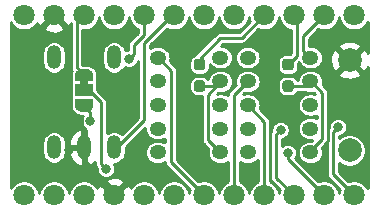
<source format=gbr>
%TF.GenerationSoftware,KiCad,Pcbnew,(5.1.8-0-10_14)*%
%TF.CreationDate,2021-02-06T12:21:22+09:00*%
%TF.ProjectId,usb-pidvid-fixture,7573622d-7069-4647-9669-642d66697874,rev?*%
%TF.SameCoordinates,Original*%
%TF.FileFunction,Copper,L2,Bot*%
%TF.FilePolarity,Positive*%
%FSLAX46Y46*%
G04 Gerber Fmt 4.6, Leading zero omitted, Abs format (unit mm)*
G04 Created by KiCad (PCBNEW (5.1.8-0-10_14)) date 2021-02-06 12:21:22*
%MOMM*%
%LPD*%
G01*
G04 APERTURE LIST*
%TA.AperFunction,EtchedComponent*%
%ADD10C,0.100000*%
%TD*%
%TA.AperFunction,ComponentPad*%
%ADD11O,1.400000X1.200000*%
%TD*%
%TA.AperFunction,ComponentPad*%
%ADD12C,1.800000*%
%TD*%
%TA.AperFunction,SMDPad,CuDef*%
%ADD13C,0.100000*%
%TD*%
%TA.AperFunction,SMDPad,CuDef*%
%ADD14R,1.500000X1.000000*%
%TD*%
%TA.AperFunction,ComponentPad*%
%ADD15C,2.000000*%
%TD*%
%TA.AperFunction,ComponentPad*%
%ADD16O,1.200000X2.000000*%
%TD*%
%TA.AperFunction,ViaPad*%
%ADD17C,0.800000*%
%TD*%
%TA.AperFunction,Conductor*%
%ADD18C,0.250000*%
%TD*%
%TA.AperFunction,Conductor*%
%ADD19C,0.254000*%
%TD*%
%TA.AperFunction,Conductor*%
%ADD20C,0.100000*%
%TD*%
G04 APERTURE END LIST*
D10*
%TO.C,JP1*%
G36*
X119080000Y-76570000D02*
G01*
X119080000Y-77070000D01*
X119680000Y-77070000D01*
X119680000Y-76570000D01*
X119080000Y-76570000D01*
G37*
%TD*%
D11*
%TO.P,D1,5*%
%TO.N,D8*%
X133246040Y-82716200D03*
%TO.P,D1,6*%
%TO.N,Net-(D1-Pad6)*%
X138546040Y-82716200D03*
%TO.P,D1,4*%
%TO.N,D7*%
X133246040Y-80716200D03*
%TO.P,D1,7*%
%TO.N,D9*%
X138546040Y-80716200D03*
%TO.P,D1,3*%
%TO.N,D6*%
X133246040Y-78716200D03*
%TO.P,D1,8*%
%TO.N,D10*%
X138546040Y-78716200D03*
%TO.P,D1,2*%
%TO.N,D5*%
X133246040Y-76716200D03*
%TO.P,D1,9*%
%TO.N,Net-(D1-Pad6)*%
X138546040Y-76716200D03*
%TO.P,D1,1*%
%TO.N,D4*%
X133246040Y-74716200D03*
%TO.P,D1,10*%
%TO.N,D11*%
X138546040Y-74716200D03*
%TD*%
%TO.P,D2,5*%
%TO.N,D8*%
X125626040Y-82716200D03*
%TO.P,D2,6*%
%TO.N,Net-(D2-Pad6)*%
X130926040Y-82716200D03*
%TO.P,D2,4*%
%TO.N,D7*%
X125626040Y-80716200D03*
%TO.P,D2,7*%
%TO.N,D9*%
X130926040Y-80716200D03*
%TO.P,D2,3*%
%TO.N,D6*%
X125626040Y-78716200D03*
%TO.P,D2,8*%
%TO.N,D10*%
X130926040Y-78716200D03*
%TO.P,D2,2*%
%TO.N,D5*%
X125626040Y-76716200D03*
%TO.P,D2,9*%
%TO.N,Net-(D2-Pad6)*%
X130926040Y-76716200D03*
%TO.P,D2,1*%
%TO.N,D4*%
X125626040Y-74716200D03*
%TO.P,D2,10*%
%TO.N,D11*%
X130926040Y-74716200D03*
%TD*%
D12*
%TO.P,J1,1*%
%TO.N,Net-(J1-Pad1)*%
X114300000Y-86360000D03*
%TO.P,J1,2*%
%TO.N,Net-(J1-Pad2)*%
X116840000Y-86360000D03*
%TO.P,J1,3*%
%TO.N,RESET2*%
X119380000Y-86360000D03*
%TO.P,J1,4*%
%TO.N,GND*%
X121920000Y-86360000D03*
%TO.P,J1,5*%
%TO.N,Net-(J1-Pad5)*%
X124460000Y-86360000D03*
%TO.P,J1,6*%
%TO.N,Net-(J1-Pad6)*%
X127000000Y-86360000D03*
%TO.P,J1,7*%
%TO.N,D4*%
X129540000Y-86360000D03*
%TO.P,J1,8*%
%TO.N,D5*%
X132080000Y-86360000D03*
%TO.P,J1,9*%
%TO.N,D6*%
X134620000Y-86360000D03*
%TO.P,J1,10*%
%TO.N,D7*%
X137160000Y-86360000D03*
%TO.P,J1,11*%
%TO.N,D8*%
X139700000Y-86360000D03*
%TO.P,J1,12*%
%TO.N,D9*%
X142240000Y-86360000D03*
%TO.P,J1,13*%
%TO.N,D10*%
X142240000Y-71120000D03*
%TO.P,J1,14*%
%TO.N,D11*%
X139700000Y-71120000D03*
%TO.P,J1,15*%
%TO.N,D12*%
X137160000Y-71120000D03*
%TO.P,J1,16*%
%TO.N,D13*%
X134620000Y-71120000D03*
%TO.P,J1,17*%
%TO.N,D14*%
X132080000Y-71120000D03*
%TO.P,J1,18*%
%TO.N,D15*%
X129540000Y-71120000D03*
%TO.P,J1,19*%
%TO.N,D16*%
X127000000Y-71120000D03*
%TO.P,J1,20*%
%TO.N,D18*%
X124460000Y-71120000D03*
%TO.P,J1,21*%
%TO.N,VCC*%
X121920000Y-71120000D03*
%TO.P,J1,22*%
%TO.N,RESET*%
X119380000Y-71120000D03*
%TO.P,J1,23*%
%TO.N,GND*%
X116840000Y-71120000D03*
%TO.P,J1,24*%
%TO.N,Net-(J1-Pad24)*%
X114300000Y-71120000D03*
%TD*%
%TA.AperFunction,SMDPad,CuDef*%
D13*
%TO.P,JP1,3*%
%TO.N,RESET2*%
G36*
X120129398Y-78770000D02*
G01*
X120129398Y-78794534D01*
X120124588Y-78843365D01*
X120115016Y-78891490D01*
X120100772Y-78938445D01*
X120081995Y-78983778D01*
X120058864Y-79027051D01*
X120031604Y-79067850D01*
X120000476Y-79105779D01*
X119965779Y-79140476D01*
X119927850Y-79171604D01*
X119887051Y-79198864D01*
X119843778Y-79221995D01*
X119798445Y-79240772D01*
X119751490Y-79255016D01*
X119703365Y-79264588D01*
X119654534Y-79269398D01*
X119630000Y-79269398D01*
X119630000Y-79270000D01*
X119130000Y-79270000D01*
X119130000Y-79269398D01*
X119105466Y-79269398D01*
X119056635Y-79264588D01*
X119008510Y-79255016D01*
X118961555Y-79240772D01*
X118916222Y-79221995D01*
X118872949Y-79198864D01*
X118832150Y-79171604D01*
X118794221Y-79140476D01*
X118759524Y-79105779D01*
X118728396Y-79067850D01*
X118701136Y-79027051D01*
X118678005Y-78983778D01*
X118659228Y-78938445D01*
X118644984Y-78891490D01*
X118635412Y-78843365D01*
X118630602Y-78794534D01*
X118630602Y-78770000D01*
X118630000Y-78770000D01*
X118630000Y-78220000D01*
X120130000Y-78220000D01*
X120130000Y-78770000D01*
X120129398Y-78770000D01*
G37*
%TD.AperFunction*%
D14*
%TO.P,JP1,2*%
%TO.N,Net-(JP1-Pad2)*%
X119380000Y-77470000D03*
%TA.AperFunction,SMDPad,CuDef*%
D13*
%TO.P,JP1,1*%
%TO.N,RESET*%
G36*
X118630000Y-76720000D02*
G01*
X118630000Y-76170000D01*
X118630602Y-76170000D01*
X118630602Y-76145466D01*
X118635412Y-76096635D01*
X118644984Y-76048510D01*
X118659228Y-76001555D01*
X118678005Y-75956222D01*
X118701136Y-75912949D01*
X118728396Y-75872150D01*
X118759524Y-75834221D01*
X118794221Y-75799524D01*
X118832150Y-75768396D01*
X118872949Y-75741136D01*
X118916222Y-75718005D01*
X118961555Y-75699228D01*
X119008510Y-75684984D01*
X119056635Y-75675412D01*
X119105466Y-75670602D01*
X119130000Y-75670602D01*
X119130000Y-75670000D01*
X119630000Y-75670000D01*
X119630000Y-75670602D01*
X119654534Y-75670602D01*
X119703365Y-75675412D01*
X119751490Y-75684984D01*
X119798445Y-75699228D01*
X119843778Y-75718005D01*
X119887051Y-75741136D01*
X119927850Y-75768396D01*
X119965779Y-75799524D01*
X120000476Y-75834221D01*
X120031604Y-75872150D01*
X120058864Y-75912949D01*
X120081995Y-75956222D01*
X120100772Y-76001555D01*
X120115016Y-76048510D01*
X120124588Y-76096635D01*
X120129398Y-76145466D01*
X120129398Y-76170000D01*
X120130000Y-76170000D01*
X120130000Y-76720000D01*
X118630000Y-76720000D01*
G37*
%TD.AperFunction*%
%TD*%
%TO.P,R1,1*%
%TO.N,Net-(D1-Pad6)*%
%TA.AperFunction,SMDPad,CuDef*%
G36*
G01*
X136889500Y-77600000D02*
X136414500Y-77600000D01*
G75*
G02*
X136177000Y-77362500I0J237500D01*
G01*
X136177000Y-76862500D01*
G75*
G02*
X136414500Y-76625000I237500J0D01*
G01*
X136889500Y-76625000D01*
G75*
G02*
X137127000Y-76862500I0J-237500D01*
G01*
X137127000Y-77362500D01*
G75*
G02*
X136889500Y-77600000I-237500J0D01*
G01*
G37*
%TD.AperFunction*%
%TO.P,R1,2*%
%TO.N,D12*%
%TA.AperFunction,SMDPad,CuDef*%
G36*
G01*
X136889500Y-75775000D02*
X136414500Y-75775000D01*
G75*
G02*
X136177000Y-75537500I0J237500D01*
G01*
X136177000Y-75037500D01*
G75*
G02*
X136414500Y-74800000I237500J0D01*
G01*
X136889500Y-74800000D01*
G75*
G02*
X137127000Y-75037500I0J-237500D01*
G01*
X137127000Y-75537500D01*
G75*
G02*
X136889500Y-75775000I-237500J0D01*
G01*
G37*
%TD.AperFunction*%
%TD*%
%TO.P,R2,2*%
%TO.N,D13*%
%TA.AperFunction,SMDPad,CuDef*%
G36*
G01*
X129396500Y-75775000D02*
X128921500Y-75775000D01*
G75*
G02*
X128684000Y-75537500I0J237500D01*
G01*
X128684000Y-75037500D01*
G75*
G02*
X128921500Y-74800000I237500J0D01*
G01*
X129396500Y-74800000D01*
G75*
G02*
X129634000Y-75037500I0J-237500D01*
G01*
X129634000Y-75537500D01*
G75*
G02*
X129396500Y-75775000I-237500J0D01*
G01*
G37*
%TD.AperFunction*%
%TO.P,R2,1*%
%TO.N,Net-(D2-Pad6)*%
%TA.AperFunction,SMDPad,CuDef*%
G36*
G01*
X129396500Y-77600000D02*
X128921500Y-77600000D01*
G75*
G02*
X128684000Y-77362500I0J237500D01*
G01*
X128684000Y-76862500D01*
G75*
G02*
X128921500Y-76625000I237500J0D01*
G01*
X129396500Y-76625000D01*
G75*
G02*
X129634000Y-76862500I0J-237500D01*
G01*
X129634000Y-77362500D01*
G75*
G02*
X129396500Y-77600000I-237500J0D01*
G01*
G37*
%TD.AperFunction*%
%TD*%
D15*
%TO.P,S1,1*%
%TO.N,Net-(JP1-Pad2)*%
X141859000Y-82550000D03*
%TO.P,S1,2*%
%TO.N,GND*%
X141859000Y-74930000D03*
%TD*%
D16*
%TO.P,SW1,4*%
%TO.N,D16*%
X121920000Y-82307100D03*
%TO.P,SW1,1*%
%TO.N,D14*%
X121920000Y-74687100D03*
%TO.P,SW1,C*%
%TO.N,GND*%
X119380000Y-82307100D03*
%TO.P,SW1,8*%
%TO.N,D18*%
X116840000Y-82307100D03*
%TO.P,SW1,2*%
%TO.N,D15*%
X116840000Y-74687100D03*
%TD*%
D17*
%TO.N,D9*%
X140893800Y-80568800D03*
%TO.N,D7*%
X136017000Y-80822800D03*
%TO.N,D8*%
X136626600Y-82778600D03*
%TO.N,RESET2*%
X119927210Y-80105965D03*
%TO.N,GND*%
X139682640Y-84827958D03*
X123190000Y-80010000D03*
X123190000Y-77470000D03*
X123232205Y-82550000D03*
X121920000Y-78740000D03*
X120650000Y-74930000D03*
X115570000Y-80010000D03*
X114300000Y-78740000D03*
X115570000Y-77470000D03*
X114300000Y-76200000D03*
X115570000Y-74930000D03*
X114300000Y-73660000D03*
X114300000Y-81280000D03*
X115570000Y-82550000D03*
X114300000Y-83820000D03*
X115570000Y-85090000D03*
X118110000Y-85090000D03*
X118110000Y-82550000D03*
X116840000Y-78740000D03*
X115570000Y-72390000D03*
X128270000Y-82550000D03*
X128270000Y-80010000D03*
X130810000Y-85090000D03*
X125730000Y-85090000D03*
X127635000Y-76708000D03*
X127635000Y-78486000D03*
X127635000Y-74676000D03*
X136017000Y-78740000D03*
X135001000Y-76708000D03*
X135001000Y-74803000D03*
X141859000Y-79756000D03*
X141859000Y-77216000D03*
X133350000Y-85090000D03*
X128270000Y-72390000D03*
X135890000Y-72517000D03*
X120650000Y-72390000D03*
X123190000Y-72390000D03*
X140970000Y-72517000D03*
X142113000Y-84455000D03*
%TO.N,D18*%
X123190000Y-74803000D03*
%TO.N,Net-(JP1-Pad2)*%
X121234200Y-84124800D03*
%TD*%
D18*
%TO.N,D11*%
X137922000Y-72872600D02*
X139674600Y-71120000D01*
X137922000Y-74092160D02*
X137922000Y-72872600D01*
X138546040Y-74716200D02*
X137922000Y-74092160D01*
%TO.N,D4*%
X126746000Y-83566000D02*
X126746000Y-75819000D01*
X126746000Y-75819000D02*
X125603000Y-74676000D01*
X129540000Y-86360000D02*
X126746000Y-83566000D01*
%TO.N,Net-(D1-Pad6)*%
X139571050Y-77696650D02*
X138557000Y-76682600D01*
X138546040Y-82716200D02*
X138546040Y-82588740D01*
X139571050Y-81563730D02*
X139571050Y-77696650D01*
X138546040Y-82588740D02*
X139571050Y-81563730D01*
X136652000Y-77112500D02*
X138152500Y-77112500D01*
X138152500Y-77112500D02*
X138557000Y-76708000D01*
%TO.N,D5*%
X132080000Y-86360000D02*
X132080000Y-77851000D01*
X132080000Y-77851000D02*
X133223000Y-76708000D01*
%TO.N,D6*%
X134620000Y-86360000D02*
X134620000Y-80111600D01*
X134620000Y-80111600D02*
X133248400Y-78740000D01*
%TO.N,D9*%
X140462000Y-84582000D02*
X140462000Y-81945602D01*
X142240000Y-86360000D02*
X140462000Y-84582000D01*
X140480210Y-81927391D02*
X140480210Y-80982390D01*
X140480210Y-80982390D02*
X140893800Y-80568800D01*
X140462000Y-81945602D02*
X140480210Y-81927391D01*
%TO.N,D7*%
X135661400Y-81178400D02*
X136017000Y-80822800D01*
X135661400Y-84861400D02*
X135661400Y-81178400D01*
X137160000Y-86360000D02*
X135661400Y-84861400D01*
%TO.N,D8*%
X136626600Y-83286600D02*
X136626600Y-82778600D01*
X139700000Y-86360000D02*
X136626600Y-83286600D01*
%TO.N,Net-(D2-Pad6)*%
X129844800Y-77851000D02*
X130911600Y-76784200D01*
X129844800Y-81634960D02*
X129844800Y-77851000D01*
X130926040Y-82716200D02*
X129844800Y-81634960D01*
X129159000Y-77112500D02*
X130532500Y-77112500D01*
X130532500Y-77112500D02*
X130937000Y-76708000D01*
%TO.N,RESET2*%
X119927210Y-79338010D02*
X119927210Y-80105965D01*
X119380000Y-78790800D02*
X119927210Y-79338010D01*
%TO.N,GND*%
X141757400Y-74955400D02*
X140030200Y-76682600D01*
X140030200Y-81740991D02*
X139682640Y-82088551D01*
X139682640Y-82088551D02*
X139682640Y-84827958D01*
X140030200Y-76682600D02*
X140030200Y-81740991D01*
X130810000Y-85090000D02*
X128270000Y-82550000D01*
X119202200Y-83165802D02*
X121920000Y-85883602D01*
X118838010Y-79595010D02*
X119202200Y-79959200D01*
X118294989Y-72574989D02*
X118294989Y-75721400D01*
X119202200Y-79959200D02*
X119202200Y-83165802D01*
X116840000Y-71120000D02*
X118294989Y-72574989D01*
X118294989Y-75721400D02*
X118304990Y-75731401D01*
X118791672Y-79595010D02*
X118838010Y-79595010D01*
X118304990Y-75731401D02*
X118304990Y-79108328D01*
X121920000Y-85883602D02*
X121920000Y-86410800D01*
X118304990Y-79108328D02*
X118791672Y-79595010D01*
%TO.N,D12*%
X137414000Y-74525500D02*
X137414000Y-71374000D01*
X137414000Y-71374000D02*
X137160000Y-71120000D01*
X136652000Y-75287500D02*
X137414000Y-74525500D01*
%TO.N,D13*%
X129159000Y-74800000D02*
X130934000Y-73025000D01*
X129159000Y-75287500D02*
X129159000Y-74800000D01*
X130934000Y-73025000D02*
X132715000Y-73025000D01*
X132715000Y-73025000D02*
X134620000Y-71120000D01*
%TO.N,D16*%
X124460000Y-80010000D02*
X124460000Y-73456800D01*
X126771400Y-71145400D02*
X126974600Y-71145400D01*
X122162900Y-82307100D02*
X124460000Y-80010000D01*
X124460000Y-73456800D02*
X126771400Y-71145400D01*
X121920000Y-82307100D02*
X122162900Y-82307100D01*
%TO.N,D18*%
X123571000Y-73660000D02*
X123571000Y-74422000D01*
X123571000Y-74422000D02*
X123190000Y-74803000D01*
X124434600Y-72796400D02*
X123571000Y-73660000D01*
X124434600Y-71170800D02*
X124434600Y-72796400D01*
%TO.N,RESET*%
X119380000Y-76170000D02*
X118745000Y-75535000D01*
X118745000Y-71780400D02*
X119354600Y-71170800D01*
X118745000Y-75535000D02*
X118745000Y-71780400D01*
%TO.N,Net-(JP1-Pad2)*%
X120834201Y-78464565D02*
X119941236Y-77571600D01*
X120834201Y-83724801D02*
X120834201Y-78464565D01*
X121234200Y-84124800D02*
X120834201Y-83724801D01*
X119941236Y-77571600D02*
X119430800Y-77571600D01*
%TD*%
D19*
%TO.N,GND*%
X117033748Y-71105858D02*
X117019605Y-71120000D01*
X117904080Y-72004475D01*
X118158261Y-71920792D01*
X118239357Y-71751925D01*
X118236553Y-71780400D01*
X118239001Y-71805256D01*
X118239000Y-75510154D01*
X118236553Y-75535000D01*
X118239000Y-75559846D01*
X118239000Y-75559853D01*
X118246322Y-75634192D01*
X118275255Y-75729574D01*
X118322241Y-75817479D01*
X118322773Y-75818128D01*
X118297828Y-75878352D01*
X118276043Y-75950169D01*
X118256921Y-76046302D01*
X118249565Y-76120991D01*
X118249565Y-76145550D01*
X118247157Y-76170000D01*
X118247157Y-76720000D01*
X118254513Y-76794689D01*
X118269775Y-76845000D01*
X118254513Y-76895311D01*
X118247157Y-76970000D01*
X118247157Y-77970000D01*
X118254513Y-78044689D01*
X118269775Y-78095000D01*
X118254513Y-78145311D01*
X118247157Y-78220000D01*
X118247157Y-78770000D01*
X118249565Y-78794450D01*
X118249565Y-78819009D01*
X118256921Y-78893698D01*
X118276043Y-78989831D01*
X118297828Y-79061648D01*
X118335337Y-79152204D01*
X118370717Y-79218394D01*
X118425173Y-79299893D01*
X118472784Y-79357908D01*
X118542092Y-79427216D01*
X118600107Y-79474827D01*
X118681606Y-79529283D01*
X118747796Y-79564663D01*
X118838352Y-79602172D01*
X118910169Y-79623957D01*
X119006302Y-79643079D01*
X119080991Y-79650435D01*
X119105550Y-79650435D01*
X119130000Y-79652843D01*
X119290676Y-79652843D01*
X119235097Y-79736023D01*
X119176223Y-79878156D01*
X119146210Y-80029043D01*
X119146210Y-80182887D01*
X119176223Y-80333774D01*
X119235097Y-80475907D01*
X119320568Y-80603824D01*
X119429351Y-80712607D01*
X119557268Y-80798078D01*
X119564190Y-80800945D01*
X119507000Y-80838369D01*
X119507000Y-82180100D01*
X119527000Y-82180100D01*
X119527000Y-82434100D01*
X119507000Y-82434100D01*
X119507000Y-83775831D01*
X119697609Y-83900562D01*
X119735282Y-83896691D01*
X119960533Y-83804521D01*
X120163474Y-83670178D01*
X120328201Y-83506862D01*
X120328201Y-83699955D01*
X120325754Y-83724801D01*
X120328201Y-83749647D01*
X120328201Y-83749654D01*
X120335523Y-83823993D01*
X120364456Y-83919375D01*
X120411442Y-84007280D01*
X120453200Y-84058162D01*
X120453200Y-84201722D01*
X120483213Y-84352609D01*
X120542087Y-84494742D01*
X120627558Y-84622659D01*
X120736341Y-84731442D01*
X120864258Y-84816913D01*
X121006391Y-84875787D01*
X121157278Y-84905800D01*
X121311122Y-84905800D01*
X121462009Y-84875787D01*
X121604142Y-84816913D01*
X121732059Y-84731442D01*
X121840842Y-84622659D01*
X121926313Y-84494742D01*
X121985187Y-84352609D01*
X122015200Y-84201722D01*
X122015200Y-84047878D01*
X121985187Y-83896991D01*
X121926313Y-83754858D01*
X121882404Y-83689143D01*
X121920000Y-83692846D01*
X122112309Y-83673905D01*
X122297228Y-83617811D01*
X122467651Y-83526718D01*
X122617028Y-83404128D01*
X122739618Y-83254751D01*
X122830711Y-83084329D01*
X122886805Y-82899410D01*
X122901000Y-82755287D01*
X122901000Y-82284591D01*
X124548040Y-80637552D01*
X124540294Y-80716200D01*
X124559235Y-80908510D01*
X124615329Y-81093429D01*
X124706422Y-81263851D01*
X124829012Y-81413228D01*
X124978389Y-81535818D01*
X125148811Y-81626911D01*
X125333730Y-81683005D01*
X125477853Y-81697200D01*
X125774227Y-81697200D01*
X125918350Y-81683005D01*
X126103269Y-81626911D01*
X126240000Y-81553826D01*
X126240000Y-81878574D01*
X126103269Y-81805489D01*
X125918350Y-81749395D01*
X125774227Y-81735200D01*
X125477853Y-81735200D01*
X125333730Y-81749395D01*
X125148811Y-81805489D01*
X124978389Y-81896582D01*
X124829012Y-82019172D01*
X124706422Y-82168549D01*
X124615329Y-82338971D01*
X124559235Y-82523890D01*
X124540294Y-82716200D01*
X124559235Y-82908510D01*
X124615329Y-83093429D01*
X124706422Y-83263851D01*
X124829012Y-83413228D01*
X124978389Y-83535818D01*
X125148811Y-83626911D01*
X125333730Y-83683005D01*
X125477853Y-83697200D01*
X125774227Y-83697200D01*
X125918350Y-83683005D01*
X126103269Y-83626911D01*
X126238683Y-83554531D01*
X126237553Y-83566000D01*
X126240000Y-83590846D01*
X126240000Y-83590853D01*
X126247322Y-83665192D01*
X126276255Y-83760574D01*
X126323241Y-83848479D01*
X126386473Y-83925527D01*
X126405785Y-83941376D01*
X128349973Y-85885565D01*
X128308228Y-85986346D01*
X128270000Y-86178532D01*
X128231772Y-85986346D01*
X128135207Y-85753219D01*
X127995018Y-85543410D01*
X127816590Y-85364982D01*
X127606781Y-85224793D01*
X127373654Y-85128228D01*
X127126167Y-85079000D01*
X126873833Y-85079000D01*
X126626346Y-85128228D01*
X126393219Y-85224793D01*
X126183410Y-85364982D01*
X126004982Y-85543410D01*
X125864793Y-85753219D01*
X125768228Y-85986346D01*
X125730000Y-86178532D01*
X125691772Y-85986346D01*
X125595207Y-85753219D01*
X125455018Y-85543410D01*
X125276590Y-85364982D01*
X125066781Y-85224793D01*
X124833654Y-85128228D01*
X124586167Y-85079000D01*
X124333833Y-85079000D01*
X124086346Y-85128228D01*
X123853219Y-85224793D01*
X123643410Y-85364982D01*
X123464982Y-85543410D01*
X123330709Y-85744364D01*
X123318222Y-85708801D01*
X123238261Y-85559208D01*
X122984080Y-85475525D01*
X122099605Y-86360000D01*
X122113748Y-86374143D01*
X121934143Y-86553748D01*
X121920000Y-86539605D01*
X121905858Y-86553748D01*
X121726253Y-86374143D01*
X121740395Y-86360000D01*
X120855920Y-85475525D01*
X120601739Y-85559208D01*
X120511344Y-85747438D01*
X120375018Y-85543410D01*
X120196590Y-85364982D01*
X120093231Y-85295920D01*
X121035525Y-85295920D01*
X121920000Y-86180395D01*
X122804475Y-85295920D01*
X122720792Y-85041739D01*
X122448225Y-84910842D01*
X122155358Y-84835635D01*
X121853447Y-84819009D01*
X121554093Y-84861603D01*
X121268801Y-84961778D01*
X121119208Y-85041739D01*
X121035525Y-85295920D01*
X120093231Y-85295920D01*
X119986781Y-85224793D01*
X119753654Y-85128228D01*
X119506167Y-85079000D01*
X119253833Y-85079000D01*
X119006346Y-85128228D01*
X118773219Y-85224793D01*
X118563410Y-85364982D01*
X118384982Y-85543410D01*
X118244793Y-85753219D01*
X118148228Y-85986346D01*
X118110000Y-86178532D01*
X118071772Y-85986346D01*
X117975207Y-85753219D01*
X117835018Y-85543410D01*
X117656590Y-85364982D01*
X117446781Y-85224793D01*
X117213654Y-85128228D01*
X116966167Y-85079000D01*
X116713833Y-85079000D01*
X116466346Y-85128228D01*
X116233219Y-85224793D01*
X116023410Y-85364982D01*
X115844982Y-85543410D01*
X115704793Y-85753219D01*
X115608228Y-85986346D01*
X115570000Y-86178532D01*
X115531772Y-85986346D01*
X115435207Y-85753219D01*
X115295018Y-85543410D01*
X115116590Y-85364982D01*
X114906781Y-85224793D01*
X114673654Y-85128228D01*
X114426167Y-85079000D01*
X114173833Y-85079000D01*
X113926346Y-85128228D01*
X113693219Y-85224793D01*
X113483410Y-85364982D01*
X113304982Y-85543410D01*
X113164793Y-85753219D01*
X113157000Y-85772033D01*
X113157000Y-81858913D01*
X115859000Y-81858913D01*
X115859000Y-82755286D01*
X115873195Y-82899409D01*
X115929289Y-83084328D01*
X116020382Y-83254751D01*
X116142972Y-83404128D01*
X116292349Y-83526718D01*
X116462771Y-83617811D01*
X116647690Y-83673905D01*
X116840000Y-83692846D01*
X117032309Y-83673905D01*
X117217228Y-83617811D01*
X117387651Y-83526718D01*
X117537028Y-83404128D01*
X117659618Y-83254751D01*
X117750711Y-83084329D01*
X117806805Y-82899410D01*
X117821000Y-82755287D01*
X117821000Y-82434100D01*
X118145000Y-82434100D01*
X118145000Y-82834100D01*
X118193507Y-83072596D01*
X118287610Y-83297046D01*
X118423693Y-83498825D01*
X118596526Y-83670178D01*
X118799467Y-83804521D01*
X119024718Y-83896691D01*
X119062391Y-83900562D01*
X119253000Y-83775831D01*
X119253000Y-82434100D01*
X118145000Y-82434100D01*
X117821000Y-82434100D01*
X117821000Y-81858914D01*
X117813238Y-81780100D01*
X118145000Y-81780100D01*
X118145000Y-82180100D01*
X119253000Y-82180100D01*
X119253000Y-80838369D01*
X119062391Y-80713638D01*
X119024718Y-80717509D01*
X118799467Y-80809679D01*
X118596526Y-80944022D01*
X118423693Y-81115375D01*
X118287610Y-81317154D01*
X118193507Y-81541604D01*
X118145000Y-81780100D01*
X117813238Y-81780100D01*
X117806805Y-81714791D01*
X117750711Y-81529871D01*
X117659618Y-81359449D01*
X117537028Y-81210072D01*
X117387651Y-81087482D01*
X117217229Y-80996389D01*
X117032310Y-80940295D01*
X116840000Y-80921354D01*
X116647691Y-80940295D01*
X116462772Y-80996389D01*
X116292350Y-81087482D01*
X116142973Y-81210072D01*
X116020383Y-81359449D01*
X115929290Y-81529871D01*
X115873196Y-81714790D01*
X115859000Y-81858913D01*
X113157000Y-81858913D01*
X113157000Y-74238913D01*
X115859000Y-74238913D01*
X115859000Y-75135286D01*
X115873195Y-75279409D01*
X115929289Y-75464328D01*
X116020382Y-75634751D01*
X116142972Y-75784128D01*
X116292349Y-75906718D01*
X116462771Y-75997811D01*
X116647690Y-76053905D01*
X116840000Y-76072846D01*
X117032309Y-76053905D01*
X117217228Y-75997811D01*
X117387651Y-75906718D01*
X117537028Y-75784128D01*
X117659618Y-75634751D01*
X117750711Y-75464329D01*
X117806805Y-75279410D01*
X117821000Y-75135287D01*
X117821000Y-74238914D01*
X117806805Y-74094791D01*
X117750711Y-73909871D01*
X117659618Y-73739449D01*
X117537028Y-73590072D01*
X117387651Y-73467482D01*
X117217229Y-73376389D01*
X117032310Y-73320295D01*
X116840000Y-73301354D01*
X116647691Y-73320295D01*
X116462772Y-73376389D01*
X116292350Y-73467482D01*
X116142973Y-73590072D01*
X116020383Y-73739449D01*
X115929290Y-73909871D01*
X115873196Y-74094790D01*
X115859000Y-74238913D01*
X113157000Y-74238913D01*
X113157000Y-71707967D01*
X113164793Y-71726781D01*
X113304982Y-71936590D01*
X113483410Y-72115018D01*
X113693219Y-72255207D01*
X113926346Y-72351772D01*
X114173833Y-72401000D01*
X114426167Y-72401000D01*
X114673654Y-72351772D01*
X114906781Y-72255207D01*
X115013230Y-72184080D01*
X115955525Y-72184080D01*
X116039208Y-72438261D01*
X116311775Y-72569158D01*
X116604642Y-72644365D01*
X116906553Y-72660991D01*
X117205907Y-72618397D01*
X117491199Y-72518222D01*
X117640792Y-72438261D01*
X117724475Y-72184080D01*
X116840000Y-71299605D01*
X115955525Y-72184080D01*
X115013230Y-72184080D01*
X115116590Y-72115018D01*
X115295018Y-71936590D01*
X115429291Y-71735636D01*
X115441778Y-71771199D01*
X115521739Y-71920792D01*
X115775920Y-72004475D01*
X116660395Y-71120000D01*
X116646253Y-71105858D01*
X116825858Y-70926253D01*
X116840000Y-70940395D01*
X116854143Y-70926253D01*
X117033748Y-71105858D01*
%TA.AperFunction,Conductor*%
D20*
G36*
X117033748Y-71105858D02*
G01*
X117019605Y-71120000D01*
X117904080Y-72004475D01*
X118158261Y-71920792D01*
X118239357Y-71751925D01*
X118236553Y-71780400D01*
X118239001Y-71805256D01*
X118239000Y-75510154D01*
X118236553Y-75535000D01*
X118239000Y-75559846D01*
X118239000Y-75559853D01*
X118246322Y-75634192D01*
X118275255Y-75729574D01*
X118322241Y-75817479D01*
X118322773Y-75818128D01*
X118297828Y-75878352D01*
X118276043Y-75950169D01*
X118256921Y-76046302D01*
X118249565Y-76120991D01*
X118249565Y-76145550D01*
X118247157Y-76170000D01*
X118247157Y-76720000D01*
X118254513Y-76794689D01*
X118269775Y-76845000D01*
X118254513Y-76895311D01*
X118247157Y-76970000D01*
X118247157Y-77970000D01*
X118254513Y-78044689D01*
X118269775Y-78095000D01*
X118254513Y-78145311D01*
X118247157Y-78220000D01*
X118247157Y-78770000D01*
X118249565Y-78794450D01*
X118249565Y-78819009D01*
X118256921Y-78893698D01*
X118276043Y-78989831D01*
X118297828Y-79061648D01*
X118335337Y-79152204D01*
X118370717Y-79218394D01*
X118425173Y-79299893D01*
X118472784Y-79357908D01*
X118542092Y-79427216D01*
X118600107Y-79474827D01*
X118681606Y-79529283D01*
X118747796Y-79564663D01*
X118838352Y-79602172D01*
X118910169Y-79623957D01*
X119006302Y-79643079D01*
X119080991Y-79650435D01*
X119105550Y-79650435D01*
X119130000Y-79652843D01*
X119290676Y-79652843D01*
X119235097Y-79736023D01*
X119176223Y-79878156D01*
X119146210Y-80029043D01*
X119146210Y-80182887D01*
X119176223Y-80333774D01*
X119235097Y-80475907D01*
X119320568Y-80603824D01*
X119429351Y-80712607D01*
X119557268Y-80798078D01*
X119564190Y-80800945D01*
X119507000Y-80838369D01*
X119507000Y-82180100D01*
X119527000Y-82180100D01*
X119527000Y-82434100D01*
X119507000Y-82434100D01*
X119507000Y-83775831D01*
X119697609Y-83900562D01*
X119735282Y-83896691D01*
X119960533Y-83804521D01*
X120163474Y-83670178D01*
X120328201Y-83506862D01*
X120328201Y-83699955D01*
X120325754Y-83724801D01*
X120328201Y-83749647D01*
X120328201Y-83749654D01*
X120335523Y-83823993D01*
X120364456Y-83919375D01*
X120411442Y-84007280D01*
X120453200Y-84058162D01*
X120453200Y-84201722D01*
X120483213Y-84352609D01*
X120542087Y-84494742D01*
X120627558Y-84622659D01*
X120736341Y-84731442D01*
X120864258Y-84816913D01*
X121006391Y-84875787D01*
X121157278Y-84905800D01*
X121311122Y-84905800D01*
X121462009Y-84875787D01*
X121604142Y-84816913D01*
X121732059Y-84731442D01*
X121840842Y-84622659D01*
X121926313Y-84494742D01*
X121985187Y-84352609D01*
X122015200Y-84201722D01*
X122015200Y-84047878D01*
X121985187Y-83896991D01*
X121926313Y-83754858D01*
X121882404Y-83689143D01*
X121920000Y-83692846D01*
X122112309Y-83673905D01*
X122297228Y-83617811D01*
X122467651Y-83526718D01*
X122617028Y-83404128D01*
X122739618Y-83254751D01*
X122830711Y-83084329D01*
X122886805Y-82899410D01*
X122901000Y-82755287D01*
X122901000Y-82284591D01*
X124548040Y-80637552D01*
X124540294Y-80716200D01*
X124559235Y-80908510D01*
X124615329Y-81093429D01*
X124706422Y-81263851D01*
X124829012Y-81413228D01*
X124978389Y-81535818D01*
X125148811Y-81626911D01*
X125333730Y-81683005D01*
X125477853Y-81697200D01*
X125774227Y-81697200D01*
X125918350Y-81683005D01*
X126103269Y-81626911D01*
X126240000Y-81553826D01*
X126240000Y-81878574D01*
X126103269Y-81805489D01*
X125918350Y-81749395D01*
X125774227Y-81735200D01*
X125477853Y-81735200D01*
X125333730Y-81749395D01*
X125148811Y-81805489D01*
X124978389Y-81896582D01*
X124829012Y-82019172D01*
X124706422Y-82168549D01*
X124615329Y-82338971D01*
X124559235Y-82523890D01*
X124540294Y-82716200D01*
X124559235Y-82908510D01*
X124615329Y-83093429D01*
X124706422Y-83263851D01*
X124829012Y-83413228D01*
X124978389Y-83535818D01*
X125148811Y-83626911D01*
X125333730Y-83683005D01*
X125477853Y-83697200D01*
X125774227Y-83697200D01*
X125918350Y-83683005D01*
X126103269Y-83626911D01*
X126238683Y-83554531D01*
X126237553Y-83566000D01*
X126240000Y-83590846D01*
X126240000Y-83590853D01*
X126247322Y-83665192D01*
X126276255Y-83760574D01*
X126323241Y-83848479D01*
X126386473Y-83925527D01*
X126405785Y-83941376D01*
X128349973Y-85885565D01*
X128308228Y-85986346D01*
X128270000Y-86178532D01*
X128231772Y-85986346D01*
X128135207Y-85753219D01*
X127995018Y-85543410D01*
X127816590Y-85364982D01*
X127606781Y-85224793D01*
X127373654Y-85128228D01*
X127126167Y-85079000D01*
X126873833Y-85079000D01*
X126626346Y-85128228D01*
X126393219Y-85224793D01*
X126183410Y-85364982D01*
X126004982Y-85543410D01*
X125864793Y-85753219D01*
X125768228Y-85986346D01*
X125730000Y-86178532D01*
X125691772Y-85986346D01*
X125595207Y-85753219D01*
X125455018Y-85543410D01*
X125276590Y-85364982D01*
X125066781Y-85224793D01*
X124833654Y-85128228D01*
X124586167Y-85079000D01*
X124333833Y-85079000D01*
X124086346Y-85128228D01*
X123853219Y-85224793D01*
X123643410Y-85364982D01*
X123464982Y-85543410D01*
X123330709Y-85744364D01*
X123318222Y-85708801D01*
X123238261Y-85559208D01*
X122984080Y-85475525D01*
X122099605Y-86360000D01*
X122113748Y-86374143D01*
X121934143Y-86553748D01*
X121920000Y-86539605D01*
X121905858Y-86553748D01*
X121726253Y-86374143D01*
X121740395Y-86360000D01*
X120855920Y-85475525D01*
X120601739Y-85559208D01*
X120511344Y-85747438D01*
X120375018Y-85543410D01*
X120196590Y-85364982D01*
X120093231Y-85295920D01*
X121035525Y-85295920D01*
X121920000Y-86180395D01*
X122804475Y-85295920D01*
X122720792Y-85041739D01*
X122448225Y-84910842D01*
X122155358Y-84835635D01*
X121853447Y-84819009D01*
X121554093Y-84861603D01*
X121268801Y-84961778D01*
X121119208Y-85041739D01*
X121035525Y-85295920D01*
X120093231Y-85295920D01*
X119986781Y-85224793D01*
X119753654Y-85128228D01*
X119506167Y-85079000D01*
X119253833Y-85079000D01*
X119006346Y-85128228D01*
X118773219Y-85224793D01*
X118563410Y-85364982D01*
X118384982Y-85543410D01*
X118244793Y-85753219D01*
X118148228Y-85986346D01*
X118110000Y-86178532D01*
X118071772Y-85986346D01*
X117975207Y-85753219D01*
X117835018Y-85543410D01*
X117656590Y-85364982D01*
X117446781Y-85224793D01*
X117213654Y-85128228D01*
X116966167Y-85079000D01*
X116713833Y-85079000D01*
X116466346Y-85128228D01*
X116233219Y-85224793D01*
X116023410Y-85364982D01*
X115844982Y-85543410D01*
X115704793Y-85753219D01*
X115608228Y-85986346D01*
X115570000Y-86178532D01*
X115531772Y-85986346D01*
X115435207Y-85753219D01*
X115295018Y-85543410D01*
X115116590Y-85364982D01*
X114906781Y-85224793D01*
X114673654Y-85128228D01*
X114426167Y-85079000D01*
X114173833Y-85079000D01*
X113926346Y-85128228D01*
X113693219Y-85224793D01*
X113483410Y-85364982D01*
X113304982Y-85543410D01*
X113164793Y-85753219D01*
X113157000Y-85772033D01*
X113157000Y-81858913D01*
X115859000Y-81858913D01*
X115859000Y-82755286D01*
X115873195Y-82899409D01*
X115929289Y-83084328D01*
X116020382Y-83254751D01*
X116142972Y-83404128D01*
X116292349Y-83526718D01*
X116462771Y-83617811D01*
X116647690Y-83673905D01*
X116840000Y-83692846D01*
X117032309Y-83673905D01*
X117217228Y-83617811D01*
X117387651Y-83526718D01*
X117537028Y-83404128D01*
X117659618Y-83254751D01*
X117750711Y-83084329D01*
X117806805Y-82899410D01*
X117821000Y-82755287D01*
X117821000Y-82434100D01*
X118145000Y-82434100D01*
X118145000Y-82834100D01*
X118193507Y-83072596D01*
X118287610Y-83297046D01*
X118423693Y-83498825D01*
X118596526Y-83670178D01*
X118799467Y-83804521D01*
X119024718Y-83896691D01*
X119062391Y-83900562D01*
X119253000Y-83775831D01*
X119253000Y-82434100D01*
X118145000Y-82434100D01*
X117821000Y-82434100D01*
X117821000Y-81858914D01*
X117813238Y-81780100D01*
X118145000Y-81780100D01*
X118145000Y-82180100D01*
X119253000Y-82180100D01*
X119253000Y-80838369D01*
X119062391Y-80713638D01*
X119024718Y-80717509D01*
X118799467Y-80809679D01*
X118596526Y-80944022D01*
X118423693Y-81115375D01*
X118287610Y-81317154D01*
X118193507Y-81541604D01*
X118145000Y-81780100D01*
X117813238Y-81780100D01*
X117806805Y-81714791D01*
X117750711Y-81529871D01*
X117659618Y-81359449D01*
X117537028Y-81210072D01*
X117387651Y-81087482D01*
X117217229Y-80996389D01*
X117032310Y-80940295D01*
X116840000Y-80921354D01*
X116647691Y-80940295D01*
X116462772Y-80996389D01*
X116292350Y-81087482D01*
X116142973Y-81210072D01*
X116020383Y-81359449D01*
X115929290Y-81529871D01*
X115873196Y-81714790D01*
X115859000Y-81858913D01*
X113157000Y-81858913D01*
X113157000Y-74238913D01*
X115859000Y-74238913D01*
X115859000Y-75135286D01*
X115873195Y-75279409D01*
X115929289Y-75464328D01*
X116020382Y-75634751D01*
X116142972Y-75784128D01*
X116292349Y-75906718D01*
X116462771Y-75997811D01*
X116647690Y-76053905D01*
X116840000Y-76072846D01*
X117032309Y-76053905D01*
X117217228Y-75997811D01*
X117387651Y-75906718D01*
X117537028Y-75784128D01*
X117659618Y-75634751D01*
X117750711Y-75464329D01*
X117806805Y-75279410D01*
X117821000Y-75135287D01*
X117821000Y-74238914D01*
X117806805Y-74094791D01*
X117750711Y-73909871D01*
X117659618Y-73739449D01*
X117537028Y-73590072D01*
X117387651Y-73467482D01*
X117217229Y-73376389D01*
X117032310Y-73320295D01*
X116840000Y-73301354D01*
X116647691Y-73320295D01*
X116462772Y-73376389D01*
X116292350Y-73467482D01*
X116142973Y-73590072D01*
X116020383Y-73739449D01*
X115929290Y-73909871D01*
X115873196Y-74094790D01*
X115859000Y-74238913D01*
X113157000Y-74238913D01*
X113157000Y-71707967D01*
X113164793Y-71726781D01*
X113304982Y-71936590D01*
X113483410Y-72115018D01*
X113693219Y-72255207D01*
X113926346Y-72351772D01*
X114173833Y-72401000D01*
X114426167Y-72401000D01*
X114673654Y-72351772D01*
X114906781Y-72255207D01*
X115013230Y-72184080D01*
X115955525Y-72184080D01*
X116039208Y-72438261D01*
X116311775Y-72569158D01*
X116604642Y-72644365D01*
X116906553Y-72660991D01*
X117205907Y-72618397D01*
X117491199Y-72518222D01*
X117640792Y-72438261D01*
X117724475Y-72184080D01*
X116840000Y-71299605D01*
X115955525Y-72184080D01*
X115013230Y-72184080D01*
X115116590Y-72115018D01*
X115295018Y-71936590D01*
X115429291Y-71735636D01*
X115441778Y-71771199D01*
X115521739Y-71920792D01*
X115775920Y-72004475D01*
X116660395Y-71120000D01*
X116646253Y-71105858D01*
X116825858Y-70926253D01*
X116840000Y-70940395D01*
X116854143Y-70926253D01*
X117033748Y-71105858D01*
G37*
%TD.AperFunction*%
D19*
X141008228Y-71493654D02*
X141104793Y-71726781D01*
X141244982Y-71936590D01*
X141423410Y-72115018D01*
X141633219Y-72255207D01*
X141866346Y-72351772D01*
X142113833Y-72401000D01*
X142366167Y-72401000D01*
X142613654Y-72351772D01*
X142846781Y-72255207D01*
X143056590Y-72115018D01*
X143235018Y-71936590D01*
X143375207Y-71726781D01*
X143383000Y-71707967D01*
X143383000Y-74334238D01*
X143351795Y-74243912D01*
X143258814Y-74069956D01*
X142994413Y-73974192D01*
X142038605Y-74930000D01*
X142994413Y-75885808D01*
X143258814Y-75790044D01*
X143383000Y-75534766D01*
X143383000Y-85772033D01*
X143375207Y-85753219D01*
X143235018Y-85543410D01*
X143056590Y-85364982D01*
X142846781Y-85224793D01*
X142613654Y-85128228D01*
X142366167Y-85079000D01*
X142113833Y-85079000D01*
X141866346Y-85128228D01*
X141765565Y-85169973D01*
X140968000Y-84372409D01*
X140968000Y-83612029D01*
X140978664Y-83622693D01*
X141204851Y-83773826D01*
X141456177Y-83877929D01*
X141722983Y-83931000D01*
X141995017Y-83931000D01*
X142261823Y-83877929D01*
X142513149Y-83773826D01*
X142739336Y-83622693D01*
X142931693Y-83430336D01*
X143082826Y-83204149D01*
X143186929Y-82952823D01*
X143240000Y-82686017D01*
X143240000Y-82413983D01*
X143186929Y-82147177D01*
X143082826Y-81895851D01*
X142931693Y-81669664D01*
X142739336Y-81477307D01*
X142513149Y-81326174D01*
X142261823Y-81222071D01*
X141995017Y-81169000D01*
X141722983Y-81169000D01*
X141456177Y-81222071D01*
X141204851Y-81326174D01*
X140986210Y-81472265D01*
X140986210Y-81346719D01*
X141121609Y-81319787D01*
X141263742Y-81260913D01*
X141391659Y-81175442D01*
X141500442Y-81066659D01*
X141585913Y-80938742D01*
X141644787Y-80796609D01*
X141674800Y-80645722D01*
X141674800Y-80491878D01*
X141644787Y-80340991D01*
X141585913Y-80198858D01*
X141500442Y-80070941D01*
X141391659Y-79962158D01*
X141263742Y-79876687D01*
X141121609Y-79817813D01*
X140970722Y-79787800D01*
X140816878Y-79787800D01*
X140665991Y-79817813D01*
X140523858Y-79876687D01*
X140395941Y-79962158D01*
X140287158Y-80070941D01*
X140201687Y-80198858D01*
X140142813Y-80340991D01*
X140112800Y-80491878D01*
X140112800Y-80632470D01*
X140077050Y-80676031D01*
X140077050Y-77721495D01*
X140079497Y-77696649D01*
X140077050Y-77671803D01*
X140077050Y-77671796D01*
X140069728Y-77597457D01*
X140040795Y-77502075D01*
X139993809Y-77414171D01*
X139930577Y-77337123D01*
X139911270Y-77321278D01*
X139586232Y-76996241D01*
X139612845Y-76908510D01*
X139631786Y-76716200D01*
X139612845Y-76523890D01*
X139556751Y-76338971D01*
X139465658Y-76168549D01*
X139381017Y-76065413D01*
X140903192Y-76065413D01*
X140998956Y-76329814D01*
X141288571Y-76470704D01*
X141600108Y-76552384D01*
X141921595Y-76571718D01*
X142240675Y-76527961D01*
X142545088Y-76422795D01*
X142719044Y-76329814D01*
X142814808Y-76065413D01*
X141859000Y-75109605D01*
X140903192Y-76065413D01*
X139381017Y-76065413D01*
X139343068Y-76019172D01*
X139193691Y-75896582D01*
X139023269Y-75805489D01*
X138838350Y-75749395D01*
X138694227Y-75735200D01*
X138397853Y-75735200D01*
X138253730Y-75749395D01*
X138068811Y-75805489D01*
X137898389Y-75896582D01*
X137749012Y-76019172D01*
X137626422Y-76168549D01*
X137535329Y-76338971D01*
X137479235Y-76523890D01*
X137471099Y-76606500D01*
X137452677Y-76606500D01*
X137405296Y-76517856D01*
X137328149Y-76423851D01*
X137234144Y-76346704D01*
X137126895Y-76289378D01*
X137010523Y-76254077D01*
X136889500Y-76242157D01*
X136414500Y-76242157D01*
X136293477Y-76254077D01*
X136177105Y-76289378D01*
X136069856Y-76346704D01*
X135975851Y-76423851D01*
X135898704Y-76517856D01*
X135841378Y-76625105D01*
X135806077Y-76741477D01*
X135794157Y-76862500D01*
X135794157Y-77362500D01*
X135806077Y-77483523D01*
X135841378Y-77599895D01*
X135898704Y-77707144D01*
X135975851Y-77801149D01*
X136069856Y-77878296D01*
X136177105Y-77935622D01*
X136293477Y-77970923D01*
X136414500Y-77982843D01*
X136889500Y-77982843D01*
X137010523Y-77970923D01*
X137126895Y-77935622D01*
X137234144Y-77878296D01*
X137328149Y-77801149D01*
X137405296Y-77707144D01*
X137452677Y-77618500D01*
X138053075Y-77618500D01*
X138068811Y-77626911D01*
X138253730Y-77683005D01*
X138397853Y-77697200D01*
X138694227Y-77697200D01*
X138838350Y-77683005D01*
X138841007Y-77682199D01*
X138938619Y-77779811D01*
X138838350Y-77749395D01*
X138694227Y-77735200D01*
X138397853Y-77735200D01*
X138253730Y-77749395D01*
X138068811Y-77805489D01*
X137898389Y-77896582D01*
X137749012Y-78019172D01*
X137626422Y-78168549D01*
X137535329Y-78338971D01*
X137479235Y-78523890D01*
X137460294Y-78716200D01*
X137479235Y-78908510D01*
X137535329Y-79093429D01*
X137626422Y-79263851D01*
X137749012Y-79413228D01*
X137898389Y-79535818D01*
X138068811Y-79626911D01*
X138253730Y-79683005D01*
X138397853Y-79697200D01*
X138694227Y-79697200D01*
X138838350Y-79683005D01*
X139023269Y-79626911D01*
X139065051Y-79604578D01*
X139065050Y-79827822D01*
X139023269Y-79805489D01*
X138838350Y-79749395D01*
X138694227Y-79735200D01*
X138397853Y-79735200D01*
X138253730Y-79749395D01*
X138068811Y-79805489D01*
X137898389Y-79896582D01*
X137749012Y-80019172D01*
X137626422Y-80168549D01*
X137535329Y-80338971D01*
X137479235Y-80523890D01*
X137460294Y-80716200D01*
X137479235Y-80908510D01*
X137535329Y-81093429D01*
X137626422Y-81263851D01*
X137749012Y-81413228D01*
X137898389Y-81535818D01*
X138068811Y-81626911D01*
X138253730Y-81683005D01*
X138397853Y-81697200D01*
X138694227Y-81697200D01*
X138725021Y-81694167D01*
X138683989Y-81735200D01*
X138397853Y-81735200D01*
X138253730Y-81749395D01*
X138068811Y-81805489D01*
X137898389Y-81896582D01*
X137749012Y-82019172D01*
X137626422Y-82168549D01*
X137535329Y-82338971D01*
X137479235Y-82523890D01*
X137460294Y-82716200D01*
X137479235Y-82908510D01*
X137535329Y-83093429D01*
X137626422Y-83263851D01*
X137749012Y-83413228D01*
X137898389Y-83535818D01*
X138068811Y-83626911D01*
X138253730Y-83683005D01*
X138397853Y-83697200D01*
X138694227Y-83697200D01*
X138838350Y-83683005D01*
X139023269Y-83626911D01*
X139193691Y-83535818D01*
X139343068Y-83413228D01*
X139465658Y-83263851D01*
X139556751Y-83093429D01*
X139612845Y-82908510D01*
X139631786Y-82716200D01*
X139612845Y-82523890D01*
X139556751Y-82338971D01*
X139540954Y-82309417D01*
X139911270Y-81939102D01*
X139930577Y-81923257D01*
X139959186Y-81888396D01*
X139953553Y-81945615D01*
X139956001Y-81970464D01*
X139956000Y-84557154D01*
X139953553Y-84582000D01*
X139956000Y-84606846D01*
X139956000Y-84606853D01*
X139963322Y-84681192D01*
X139992255Y-84776574D01*
X140039241Y-84864479D01*
X140102473Y-84941527D01*
X140121785Y-84957376D01*
X141049973Y-85885565D01*
X141008228Y-85986346D01*
X140970000Y-86178532D01*
X140931772Y-85986346D01*
X140835207Y-85753219D01*
X140695018Y-85543410D01*
X140516590Y-85364982D01*
X140306781Y-85224793D01*
X140073654Y-85128228D01*
X139826167Y-85079000D01*
X139573833Y-85079000D01*
X139326346Y-85128228D01*
X139225565Y-85169973D01*
X137272819Y-83217228D01*
X137318713Y-83148542D01*
X137377587Y-83006409D01*
X137407600Y-82855522D01*
X137407600Y-82701678D01*
X137377587Y-82550791D01*
X137318713Y-82408658D01*
X137233242Y-82280741D01*
X137124459Y-82171958D01*
X136996542Y-82086487D01*
X136854409Y-82027613D01*
X136703522Y-81997600D01*
X136549678Y-81997600D01*
X136398791Y-82027613D01*
X136256658Y-82086487D01*
X136167400Y-82146127D01*
X136167400Y-81589184D01*
X136244809Y-81573787D01*
X136386942Y-81514913D01*
X136514859Y-81429442D01*
X136623642Y-81320659D01*
X136709113Y-81192742D01*
X136767987Y-81050609D01*
X136798000Y-80899722D01*
X136798000Y-80745878D01*
X136767987Y-80594991D01*
X136709113Y-80452858D01*
X136623642Y-80324941D01*
X136514859Y-80216158D01*
X136386942Y-80130687D01*
X136244809Y-80071813D01*
X136093922Y-80041800D01*
X135940078Y-80041800D01*
X135789191Y-80071813D01*
X135647058Y-80130687D01*
X135519141Y-80216158D01*
X135410358Y-80324941D01*
X135324887Y-80452858D01*
X135266013Y-80594991D01*
X135236000Y-80745878D01*
X135236000Y-80899722D01*
X135236166Y-80900554D01*
X135225048Y-80921354D01*
X135191655Y-80983826D01*
X135162722Y-81079208D01*
X135152953Y-81178400D01*
X135155401Y-81203256D01*
X135155400Y-84836554D01*
X135152953Y-84861400D01*
X135155400Y-84886246D01*
X135155400Y-84886253D01*
X135162722Y-84960592D01*
X135191655Y-85055974D01*
X135238641Y-85143879D01*
X135301873Y-85220927D01*
X135321185Y-85236776D01*
X135969973Y-85885565D01*
X135928228Y-85986346D01*
X135890000Y-86178532D01*
X135851772Y-85986346D01*
X135755207Y-85753219D01*
X135615018Y-85543410D01*
X135436590Y-85364982D01*
X135226781Y-85224793D01*
X135126000Y-85183048D01*
X135126000Y-80136445D01*
X135128447Y-80111599D01*
X135126000Y-80086753D01*
X135126000Y-80086746D01*
X135118678Y-80012407D01*
X135089745Y-79917025D01*
X135042759Y-79829121D01*
X134979527Y-79752073D01*
X134960220Y-79736228D01*
X134270871Y-79046880D01*
X134312845Y-78908510D01*
X134331786Y-78716200D01*
X134312845Y-78523890D01*
X134256751Y-78338971D01*
X134165658Y-78168549D01*
X134043068Y-78019172D01*
X133893691Y-77896582D01*
X133723269Y-77805489D01*
X133538350Y-77749395D01*
X133394227Y-77735200D01*
X133097853Y-77735200D01*
X132953730Y-77749395D01*
X132872580Y-77774011D01*
X132962703Y-77683889D01*
X133097853Y-77697200D01*
X133394227Y-77697200D01*
X133538350Y-77683005D01*
X133723269Y-77626911D01*
X133893691Y-77535818D01*
X134043068Y-77413228D01*
X134165658Y-77263851D01*
X134256751Y-77093429D01*
X134312845Y-76908510D01*
X134331786Y-76716200D01*
X134312845Y-76523890D01*
X134256751Y-76338971D01*
X134165658Y-76168549D01*
X134043068Y-76019172D01*
X133893691Y-75896582D01*
X133723269Y-75805489D01*
X133538350Y-75749395D01*
X133394227Y-75735200D01*
X133097853Y-75735200D01*
X132953730Y-75749395D01*
X132768811Y-75805489D01*
X132598389Y-75896582D01*
X132449012Y-76019172D01*
X132326422Y-76168549D01*
X132235329Y-76338971D01*
X132179235Y-76523890D01*
X132160294Y-76716200D01*
X132179235Y-76908510D01*
X132208948Y-77006461D01*
X131739780Y-77475629D01*
X131720474Y-77491473D01*
X131657242Y-77568521D01*
X131641776Y-77597456D01*
X131610255Y-77656426D01*
X131581322Y-77751808D01*
X131571553Y-77851000D01*
X131574001Y-77875856D01*
X131574001Y-77896836D01*
X131573691Y-77896582D01*
X131403269Y-77805489D01*
X131218350Y-77749395D01*
X131074227Y-77735200D01*
X130777853Y-77735200D01*
X130665085Y-77746307D01*
X130719899Y-77691492D01*
X130777853Y-77697200D01*
X131074227Y-77697200D01*
X131218350Y-77683005D01*
X131403269Y-77626911D01*
X131573691Y-77535818D01*
X131723068Y-77413228D01*
X131845658Y-77263851D01*
X131936751Y-77093429D01*
X131992845Y-76908510D01*
X132011786Y-76716200D01*
X131992845Y-76523890D01*
X131936751Y-76338971D01*
X131845658Y-76168549D01*
X131723068Y-76019172D01*
X131573691Y-75896582D01*
X131403269Y-75805489D01*
X131218350Y-75749395D01*
X131074227Y-75735200D01*
X130777853Y-75735200D01*
X130633730Y-75749395D01*
X130448811Y-75805489D01*
X130278389Y-75896582D01*
X130129012Y-76019172D01*
X130006422Y-76168549D01*
X129915329Y-76338971D01*
X129874891Y-76472278D01*
X129835149Y-76423851D01*
X129741144Y-76346704D01*
X129633895Y-76289378D01*
X129517523Y-76254077D01*
X129396500Y-76242157D01*
X128921500Y-76242157D01*
X128800477Y-76254077D01*
X128684105Y-76289378D01*
X128576856Y-76346704D01*
X128482851Y-76423851D01*
X128405704Y-76517856D01*
X128348378Y-76625105D01*
X128313077Y-76741477D01*
X128301157Y-76862500D01*
X128301157Y-77362500D01*
X128313077Y-77483523D01*
X128348378Y-77599895D01*
X128405704Y-77707144D01*
X128482851Y-77801149D01*
X128576856Y-77878296D01*
X128684105Y-77935622D01*
X128800477Y-77970923D01*
X128921500Y-77982843D01*
X129338801Y-77982843D01*
X129338800Y-81610114D01*
X129336353Y-81634960D01*
X129338800Y-81659806D01*
X129338800Y-81659813D01*
X129346122Y-81734152D01*
X129375055Y-81829534D01*
X129422041Y-81917439D01*
X129485273Y-81994487D01*
X129504585Y-82010336D01*
X129896219Y-82401970D01*
X129859235Y-82523890D01*
X129840294Y-82716200D01*
X129859235Y-82908510D01*
X129915329Y-83093429D01*
X130006422Y-83263851D01*
X130129012Y-83413228D01*
X130278389Y-83535818D01*
X130448811Y-83626911D01*
X130633730Y-83683005D01*
X130777853Y-83697200D01*
X131074227Y-83697200D01*
X131218350Y-83683005D01*
X131403269Y-83626911D01*
X131573691Y-83535818D01*
X131574000Y-83535564D01*
X131574000Y-85183048D01*
X131473219Y-85224793D01*
X131263410Y-85364982D01*
X131084982Y-85543410D01*
X130944793Y-85753219D01*
X130848228Y-85986346D01*
X130810000Y-86178532D01*
X130771772Y-85986346D01*
X130675207Y-85753219D01*
X130535018Y-85543410D01*
X130356590Y-85364982D01*
X130146781Y-85224793D01*
X129913654Y-85128228D01*
X129666167Y-85079000D01*
X129413833Y-85079000D01*
X129166346Y-85128228D01*
X129065565Y-85169973D01*
X127252000Y-83356409D01*
X127252000Y-75843845D01*
X127254447Y-75818999D01*
X127252000Y-75794153D01*
X127252000Y-75794146D01*
X127244678Y-75719807D01*
X127241782Y-75710258D01*
X127215745Y-75624425D01*
X127193117Y-75582092D01*
X127168759Y-75536521D01*
X127105527Y-75459473D01*
X127086220Y-75443628D01*
X126659855Y-75017264D01*
X126692845Y-74908510D01*
X126711786Y-74716200D01*
X126692845Y-74523890D01*
X126636751Y-74338971D01*
X126545658Y-74168549D01*
X126423068Y-74019172D01*
X126273691Y-73896582D01*
X126103269Y-73805489D01*
X125918350Y-73749395D01*
X125774227Y-73735200D01*
X125477853Y-73735200D01*
X125333730Y-73749395D01*
X125148811Y-73805489D01*
X124978389Y-73896582D01*
X124966000Y-73906749D01*
X124966000Y-73666391D01*
X126383607Y-72248785D01*
X126393219Y-72255207D01*
X126626346Y-72351772D01*
X126873833Y-72401000D01*
X127126167Y-72401000D01*
X127373654Y-72351772D01*
X127606781Y-72255207D01*
X127816590Y-72115018D01*
X127995018Y-71936590D01*
X128135207Y-71726781D01*
X128231772Y-71493654D01*
X128270000Y-71301468D01*
X128308228Y-71493654D01*
X128404793Y-71726781D01*
X128544982Y-71936590D01*
X128723410Y-72115018D01*
X128933219Y-72255207D01*
X129166346Y-72351772D01*
X129413833Y-72401000D01*
X129666167Y-72401000D01*
X129913654Y-72351772D01*
X130146781Y-72255207D01*
X130356590Y-72115018D01*
X130535018Y-71936590D01*
X130675207Y-71726781D01*
X130771772Y-71493654D01*
X130810000Y-71301468D01*
X130848228Y-71493654D01*
X130944793Y-71726781D01*
X131084982Y-71936590D01*
X131263410Y-72115018D01*
X131473219Y-72255207D01*
X131706346Y-72351772D01*
X131953833Y-72401000D01*
X132206167Y-72401000D01*
X132453654Y-72351772D01*
X132686781Y-72255207D01*
X132896590Y-72115018D01*
X133075018Y-71936590D01*
X133215207Y-71726781D01*
X133311772Y-71493654D01*
X133350000Y-71301468D01*
X133388228Y-71493654D01*
X133429973Y-71594435D01*
X132505409Y-72519000D01*
X130958845Y-72519000D01*
X130933999Y-72516553D01*
X130909153Y-72519000D01*
X130909146Y-72519000D01*
X130834807Y-72526322D01*
X130739425Y-72555255D01*
X130651521Y-72602241D01*
X130574473Y-72665473D01*
X130558629Y-72684779D01*
X128818781Y-74424628D01*
X128815117Y-74427635D01*
X128800477Y-74429077D01*
X128684105Y-74464378D01*
X128576856Y-74521704D01*
X128482851Y-74598851D01*
X128405704Y-74692856D01*
X128348378Y-74800105D01*
X128313077Y-74916477D01*
X128301157Y-75037500D01*
X128301157Y-75537500D01*
X128313077Y-75658523D01*
X128348378Y-75774895D01*
X128405704Y-75882144D01*
X128482851Y-75976149D01*
X128576856Y-76053296D01*
X128684105Y-76110622D01*
X128800477Y-76145923D01*
X128921500Y-76157843D01*
X129396500Y-76157843D01*
X129517523Y-76145923D01*
X129633895Y-76110622D01*
X129741144Y-76053296D01*
X129835149Y-75976149D01*
X129912296Y-75882144D01*
X129969622Y-75774895D01*
X130004923Y-75658523D01*
X130016843Y-75537500D01*
X130016843Y-75276549D01*
X130129012Y-75413228D01*
X130278389Y-75535818D01*
X130448811Y-75626911D01*
X130633730Y-75683005D01*
X130777853Y-75697200D01*
X131074227Y-75697200D01*
X131218350Y-75683005D01*
X131403269Y-75626911D01*
X131573691Y-75535818D01*
X131723068Y-75413228D01*
X131845658Y-75263851D01*
X131936751Y-75093429D01*
X131992845Y-74908510D01*
X132011786Y-74716200D01*
X132160294Y-74716200D01*
X132179235Y-74908510D01*
X132235329Y-75093429D01*
X132326422Y-75263851D01*
X132449012Y-75413228D01*
X132598389Y-75535818D01*
X132768811Y-75626911D01*
X132953730Y-75683005D01*
X133097853Y-75697200D01*
X133394227Y-75697200D01*
X133538350Y-75683005D01*
X133723269Y-75626911D01*
X133893691Y-75535818D01*
X134043068Y-75413228D01*
X134165658Y-75263851D01*
X134256751Y-75093429D01*
X134312845Y-74908510D01*
X134331786Y-74716200D01*
X134312845Y-74523890D01*
X134256751Y-74338971D01*
X134165658Y-74168549D01*
X134043068Y-74019172D01*
X133893691Y-73896582D01*
X133723269Y-73805489D01*
X133538350Y-73749395D01*
X133394227Y-73735200D01*
X133097853Y-73735200D01*
X132953730Y-73749395D01*
X132768811Y-73805489D01*
X132598389Y-73896582D01*
X132449012Y-74019172D01*
X132326422Y-74168549D01*
X132235329Y-74338971D01*
X132179235Y-74523890D01*
X132160294Y-74716200D01*
X132011786Y-74716200D01*
X131992845Y-74523890D01*
X131936751Y-74338971D01*
X131845658Y-74168549D01*
X131723068Y-74019172D01*
X131573691Y-73896582D01*
X131403269Y-73805489D01*
X131218350Y-73749395D01*
X131074227Y-73735200D01*
X130939392Y-73735200D01*
X131143592Y-73531000D01*
X132690154Y-73531000D01*
X132715000Y-73533447D01*
X132739846Y-73531000D01*
X132739854Y-73531000D01*
X132814193Y-73523678D01*
X132909575Y-73494745D01*
X132997479Y-73447759D01*
X133074527Y-73384527D01*
X133090376Y-73365215D01*
X134145565Y-72310027D01*
X134246346Y-72351772D01*
X134493833Y-72401000D01*
X134746167Y-72401000D01*
X134993654Y-72351772D01*
X135226781Y-72255207D01*
X135436590Y-72115018D01*
X135615018Y-71936590D01*
X135755207Y-71726781D01*
X135851772Y-71493654D01*
X135890000Y-71301468D01*
X135928228Y-71493654D01*
X136024793Y-71726781D01*
X136164982Y-71936590D01*
X136343410Y-72115018D01*
X136553219Y-72255207D01*
X136786346Y-72351772D01*
X136908001Y-72375971D01*
X136908000Y-74315908D01*
X136806751Y-74417157D01*
X136414500Y-74417157D01*
X136293477Y-74429077D01*
X136177105Y-74464378D01*
X136069856Y-74521704D01*
X135975851Y-74598851D01*
X135898704Y-74692856D01*
X135841378Y-74800105D01*
X135806077Y-74916477D01*
X135794157Y-75037500D01*
X135794157Y-75537500D01*
X135806077Y-75658523D01*
X135841378Y-75774895D01*
X135898704Y-75882144D01*
X135975851Y-75976149D01*
X136069856Y-76053296D01*
X136177105Y-76110622D01*
X136293477Y-76145923D01*
X136414500Y-76157843D01*
X136889500Y-76157843D01*
X137010523Y-76145923D01*
X137126895Y-76110622D01*
X137234144Y-76053296D01*
X137328149Y-75976149D01*
X137405296Y-75882144D01*
X137462622Y-75774895D01*
X137497923Y-75658523D01*
X137509843Y-75537500D01*
X137509843Y-75145249D01*
X137544502Y-75110590D01*
X137626422Y-75263851D01*
X137749012Y-75413228D01*
X137898389Y-75535818D01*
X138068811Y-75626911D01*
X138253730Y-75683005D01*
X138397853Y-75697200D01*
X138694227Y-75697200D01*
X138838350Y-75683005D01*
X139023269Y-75626911D01*
X139193691Y-75535818D01*
X139343068Y-75413228D01*
X139465658Y-75263851D01*
X139556751Y-75093429D01*
X139587338Y-74992595D01*
X140217282Y-74992595D01*
X140261039Y-75311675D01*
X140366205Y-75616088D01*
X140459186Y-75790044D01*
X140723587Y-75885808D01*
X141679395Y-74930000D01*
X140723587Y-73974192D01*
X140459186Y-74069956D01*
X140318296Y-74359571D01*
X140236616Y-74671108D01*
X140217282Y-74992595D01*
X139587338Y-74992595D01*
X139612845Y-74908510D01*
X139631786Y-74716200D01*
X139612845Y-74523890D01*
X139556751Y-74338971D01*
X139465658Y-74168549D01*
X139343068Y-74019172D01*
X139193691Y-73896582D01*
X139023269Y-73805489D01*
X138987330Y-73794587D01*
X140903192Y-73794587D01*
X141859000Y-74750395D01*
X142814808Y-73794587D01*
X142719044Y-73530186D01*
X142429429Y-73389296D01*
X142117892Y-73307616D01*
X141796405Y-73288282D01*
X141477325Y-73332039D01*
X141172912Y-73437205D01*
X140998956Y-73530186D01*
X140903192Y-73794587D01*
X138987330Y-73794587D01*
X138838350Y-73749395D01*
X138694227Y-73735200D01*
X138428000Y-73735200D01*
X138428000Y-73082191D01*
X139207604Y-72302587D01*
X139326346Y-72351772D01*
X139573833Y-72401000D01*
X139826167Y-72401000D01*
X140073654Y-72351772D01*
X140306781Y-72255207D01*
X140516590Y-72115018D01*
X140695018Y-71936590D01*
X140835207Y-71726781D01*
X140931772Y-71493654D01*
X140970000Y-71301468D01*
X141008228Y-71493654D01*
%TA.AperFunction,Conductor*%
D20*
G36*
X141008228Y-71493654D02*
G01*
X141104793Y-71726781D01*
X141244982Y-71936590D01*
X141423410Y-72115018D01*
X141633219Y-72255207D01*
X141866346Y-72351772D01*
X142113833Y-72401000D01*
X142366167Y-72401000D01*
X142613654Y-72351772D01*
X142846781Y-72255207D01*
X143056590Y-72115018D01*
X143235018Y-71936590D01*
X143375207Y-71726781D01*
X143383000Y-71707967D01*
X143383000Y-74334238D01*
X143351795Y-74243912D01*
X143258814Y-74069956D01*
X142994413Y-73974192D01*
X142038605Y-74930000D01*
X142994413Y-75885808D01*
X143258814Y-75790044D01*
X143383000Y-75534766D01*
X143383000Y-85772033D01*
X143375207Y-85753219D01*
X143235018Y-85543410D01*
X143056590Y-85364982D01*
X142846781Y-85224793D01*
X142613654Y-85128228D01*
X142366167Y-85079000D01*
X142113833Y-85079000D01*
X141866346Y-85128228D01*
X141765565Y-85169973D01*
X140968000Y-84372409D01*
X140968000Y-83612029D01*
X140978664Y-83622693D01*
X141204851Y-83773826D01*
X141456177Y-83877929D01*
X141722983Y-83931000D01*
X141995017Y-83931000D01*
X142261823Y-83877929D01*
X142513149Y-83773826D01*
X142739336Y-83622693D01*
X142931693Y-83430336D01*
X143082826Y-83204149D01*
X143186929Y-82952823D01*
X143240000Y-82686017D01*
X143240000Y-82413983D01*
X143186929Y-82147177D01*
X143082826Y-81895851D01*
X142931693Y-81669664D01*
X142739336Y-81477307D01*
X142513149Y-81326174D01*
X142261823Y-81222071D01*
X141995017Y-81169000D01*
X141722983Y-81169000D01*
X141456177Y-81222071D01*
X141204851Y-81326174D01*
X140986210Y-81472265D01*
X140986210Y-81346719D01*
X141121609Y-81319787D01*
X141263742Y-81260913D01*
X141391659Y-81175442D01*
X141500442Y-81066659D01*
X141585913Y-80938742D01*
X141644787Y-80796609D01*
X141674800Y-80645722D01*
X141674800Y-80491878D01*
X141644787Y-80340991D01*
X141585913Y-80198858D01*
X141500442Y-80070941D01*
X141391659Y-79962158D01*
X141263742Y-79876687D01*
X141121609Y-79817813D01*
X140970722Y-79787800D01*
X140816878Y-79787800D01*
X140665991Y-79817813D01*
X140523858Y-79876687D01*
X140395941Y-79962158D01*
X140287158Y-80070941D01*
X140201687Y-80198858D01*
X140142813Y-80340991D01*
X140112800Y-80491878D01*
X140112800Y-80632470D01*
X140077050Y-80676031D01*
X140077050Y-77721495D01*
X140079497Y-77696649D01*
X140077050Y-77671803D01*
X140077050Y-77671796D01*
X140069728Y-77597457D01*
X140040795Y-77502075D01*
X139993809Y-77414171D01*
X139930577Y-77337123D01*
X139911270Y-77321278D01*
X139586232Y-76996241D01*
X139612845Y-76908510D01*
X139631786Y-76716200D01*
X139612845Y-76523890D01*
X139556751Y-76338971D01*
X139465658Y-76168549D01*
X139381017Y-76065413D01*
X140903192Y-76065413D01*
X140998956Y-76329814D01*
X141288571Y-76470704D01*
X141600108Y-76552384D01*
X141921595Y-76571718D01*
X142240675Y-76527961D01*
X142545088Y-76422795D01*
X142719044Y-76329814D01*
X142814808Y-76065413D01*
X141859000Y-75109605D01*
X140903192Y-76065413D01*
X139381017Y-76065413D01*
X139343068Y-76019172D01*
X139193691Y-75896582D01*
X139023269Y-75805489D01*
X138838350Y-75749395D01*
X138694227Y-75735200D01*
X138397853Y-75735200D01*
X138253730Y-75749395D01*
X138068811Y-75805489D01*
X137898389Y-75896582D01*
X137749012Y-76019172D01*
X137626422Y-76168549D01*
X137535329Y-76338971D01*
X137479235Y-76523890D01*
X137471099Y-76606500D01*
X137452677Y-76606500D01*
X137405296Y-76517856D01*
X137328149Y-76423851D01*
X137234144Y-76346704D01*
X137126895Y-76289378D01*
X137010523Y-76254077D01*
X136889500Y-76242157D01*
X136414500Y-76242157D01*
X136293477Y-76254077D01*
X136177105Y-76289378D01*
X136069856Y-76346704D01*
X135975851Y-76423851D01*
X135898704Y-76517856D01*
X135841378Y-76625105D01*
X135806077Y-76741477D01*
X135794157Y-76862500D01*
X135794157Y-77362500D01*
X135806077Y-77483523D01*
X135841378Y-77599895D01*
X135898704Y-77707144D01*
X135975851Y-77801149D01*
X136069856Y-77878296D01*
X136177105Y-77935622D01*
X136293477Y-77970923D01*
X136414500Y-77982843D01*
X136889500Y-77982843D01*
X137010523Y-77970923D01*
X137126895Y-77935622D01*
X137234144Y-77878296D01*
X137328149Y-77801149D01*
X137405296Y-77707144D01*
X137452677Y-77618500D01*
X138053075Y-77618500D01*
X138068811Y-77626911D01*
X138253730Y-77683005D01*
X138397853Y-77697200D01*
X138694227Y-77697200D01*
X138838350Y-77683005D01*
X138841007Y-77682199D01*
X138938619Y-77779811D01*
X138838350Y-77749395D01*
X138694227Y-77735200D01*
X138397853Y-77735200D01*
X138253730Y-77749395D01*
X138068811Y-77805489D01*
X137898389Y-77896582D01*
X137749012Y-78019172D01*
X137626422Y-78168549D01*
X137535329Y-78338971D01*
X137479235Y-78523890D01*
X137460294Y-78716200D01*
X137479235Y-78908510D01*
X137535329Y-79093429D01*
X137626422Y-79263851D01*
X137749012Y-79413228D01*
X137898389Y-79535818D01*
X138068811Y-79626911D01*
X138253730Y-79683005D01*
X138397853Y-79697200D01*
X138694227Y-79697200D01*
X138838350Y-79683005D01*
X139023269Y-79626911D01*
X139065051Y-79604578D01*
X139065050Y-79827822D01*
X139023269Y-79805489D01*
X138838350Y-79749395D01*
X138694227Y-79735200D01*
X138397853Y-79735200D01*
X138253730Y-79749395D01*
X138068811Y-79805489D01*
X137898389Y-79896582D01*
X137749012Y-80019172D01*
X137626422Y-80168549D01*
X137535329Y-80338971D01*
X137479235Y-80523890D01*
X137460294Y-80716200D01*
X137479235Y-80908510D01*
X137535329Y-81093429D01*
X137626422Y-81263851D01*
X137749012Y-81413228D01*
X137898389Y-81535818D01*
X138068811Y-81626911D01*
X138253730Y-81683005D01*
X138397853Y-81697200D01*
X138694227Y-81697200D01*
X138725021Y-81694167D01*
X138683989Y-81735200D01*
X138397853Y-81735200D01*
X138253730Y-81749395D01*
X138068811Y-81805489D01*
X137898389Y-81896582D01*
X137749012Y-82019172D01*
X137626422Y-82168549D01*
X137535329Y-82338971D01*
X137479235Y-82523890D01*
X137460294Y-82716200D01*
X137479235Y-82908510D01*
X137535329Y-83093429D01*
X137626422Y-83263851D01*
X137749012Y-83413228D01*
X137898389Y-83535818D01*
X138068811Y-83626911D01*
X138253730Y-83683005D01*
X138397853Y-83697200D01*
X138694227Y-83697200D01*
X138838350Y-83683005D01*
X139023269Y-83626911D01*
X139193691Y-83535818D01*
X139343068Y-83413228D01*
X139465658Y-83263851D01*
X139556751Y-83093429D01*
X139612845Y-82908510D01*
X139631786Y-82716200D01*
X139612845Y-82523890D01*
X139556751Y-82338971D01*
X139540954Y-82309417D01*
X139911270Y-81939102D01*
X139930577Y-81923257D01*
X139959186Y-81888396D01*
X139953553Y-81945615D01*
X139956001Y-81970464D01*
X139956000Y-84557154D01*
X139953553Y-84582000D01*
X139956000Y-84606846D01*
X139956000Y-84606853D01*
X139963322Y-84681192D01*
X139992255Y-84776574D01*
X140039241Y-84864479D01*
X140102473Y-84941527D01*
X140121785Y-84957376D01*
X141049973Y-85885565D01*
X141008228Y-85986346D01*
X140970000Y-86178532D01*
X140931772Y-85986346D01*
X140835207Y-85753219D01*
X140695018Y-85543410D01*
X140516590Y-85364982D01*
X140306781Y-85224793D01*
X140073654Y-85128228D01*
X139826167Y-85079000D01*
X139573833Y-85079000D01*
X139326346Y-85128228D01*
X139225565Y-85169973D01*
X137272819Y-83217228D01*
X137318713Y-83148542D01*
X137377587Y-83006409D01*
X137407600Y-82855522D01*
X137407600Y-82701678D01*
X137377587Y-82550791D01*
X137318713Y-82408658D01*
X137233242Y-82280741D01*
X137124459Y-82171958D01*
X136996542Y-82086487D01*
X136854409Y-82027613D01*
X136703522Y-81997600D01*
X136549678Y-81997600D01*
X136398791Y-82027613D01*
X136256658Y-82086487D01*
X136167400Y-82146127D01*
X136167400Y-81589184D01*
X136244809Y-81573787D01*
X136386942Y-81514913D01*
X136514859Y-81429442D01*
X136623642Y-81320659D01*
X136709113Y-81192742D01*
X136767987Y-81050609D01*
X136798000Y-80899722D01*
X136798000Y-80745878D01*
X136767987Y-80594991D01*
X136709113Y-80452858D01*
X136623642Y-80324941D01*
X136514859Y-80216158D01*
X136386942Y-80130687D01*
X136244809Y-80071813D01*
X136093922Y-80041800D01*
X135940078Y-80041800D01*
X135789191Y-80071813D01*
X135647058Y-80130687D01*
X135519141Y-80216158D01*
X135410358Y-80324941D01*
X135324887Y-80452858D01*
X135266013Y-80594991D01*
X135236000Y-80745878D01*
X135236000Y-80899722D01*
X135236166Y-80900554D01*
X135225048Y-80921354D01*
X135191655Y-80983826D01*
X135162722Y-81079208D01*
X135152953Y-81178400D01*
X135155401Y-81203256D01*
X135155400Y-84836554D01*
X135152953Y-84861400D01*
X135155400Y-84886246D01*
X135155400Y-84886253D01*
X135162722Y-84960592D01*
X135191655Y-85055974D01*
X135238641Y-85143879D01*
X135301873Y-85220927D01*
X135321185Y-85236776D01*
X135969973Y-85885565D01*
X135928228Y-85986346D01*
X135890000Y-86178532D01*
X135851772Y-85986346D01*
X135755207Y-85753219D01*
X135615018Y-85543410D01*
X135436590Y-85364982D01*
X135226781Y-85224793D01*
X135126000Y-85183048D01*
X135126000Y-80136445D01*
X135128447Y-80111599D01*
X135126000Y-80086753D01*
X135126000Y-80086746D01*
X135118678Y-80012407D01*
X135089745Y-79917025D01*
X135042759Y-79829121D01*
X134979527Y-79752073D01*
X134960220Y-79736228D01*
X134270871Y-79046880D01*
X134312845Y-78908510D01*
X134331786Y-78716200D01*
X134312845Y-78523890D01*
X134256751Y-78338971D01*
X134165658Y-78168549D01*
X134043068Y-78019172D01*
X133893691Y-77896582D01*
X133723269Y-77805489D01*
X133538350Y-77749395D01*
X133394227Y-77735200D01*
X133097853Y-77735200D01*
X132953730Y-77749395D01*
X132872580Y-77774011D01*
X132962703Y-77683889D01*
X133097853Y-77697200D01*
X133394227Y-77697200D01*
X133538350Y-77683005D01*
X133723269Y-77626911D01*
X133893691Y-77535818D01*
X134043068Y-77413228D01*
X134165658Y-77263851D01*
X134256751Y-77093429D01*
X134312845Y-76908510D01*
X134331786Y-76716200D01*
X134312845Y-76523890D01*
X134256751Y-76338971D01*
X134165658Y-76168549D01*
X134043068Y-76019172D01*
X133893691Y-75896582D01*
X133723269Y-75805489D01*
X133538350Y-75749395D01*
X133394227Y-75735200D01*
X133097853Y-75735200D01*
X132953730Y-75749395D01*
X132768811Y-75805489D01*
X132598389Y-75896582D01*
X132449012Y-76019172D01*
X132326422Y-76168549D01*
X132235329Y-76338971D01*
X132179235Y-76523890D01*
X132160294Y-76716200D01*
X132179235Y-76908510D01*
X132208948Y-77006461D01*
X131739780Y-77475629D01*
X131720474Y-77491473D01*
X131657242Y-77568521D01*
X131641776Y-77597456D01*
X131610255Y-77656426D01*
X131581322Y-77751808D01*
X131571553Y-77851000D01*
X131574001Y-77875856D01*
X131574001Y-77896836D01*
X131573691Y-77896582D01*
X131403269Y-77805489D01*
X131218350Y-77749395D01*
X131074227Y-77735200D01*
X130777853Y-77735200D01*
X130665085Y-77746307D01*
X130719899Y-77691492D01*
X130777853Y-77697200D01*
X131074227Y-77697200D01*
X131218350Y-77683005D01*
X131403269Y-77626911D01*
X131573691Y-77535818D01*
X131723068Y-77413228D01*
X131845658Y-77263851D01*
X131936751Y-77093429D01*
X131992845Y-76908510D01*
X132011786Y-76716200D01*
X131992845Y-76523890D01*
X131936751Y-76338971D01*
X131845658Y-76168549D01*
X131723068Y-76019172D01*
X131573691Y-75896582D01*
X131403269Y-75805489D01*
X131218350Y-75749395D01*
X131074227Y-75735200D01*
X130777853Y-75735200D01*
X130633730Y-75749395D01*
X130448811Y-75805489D01*
X130278389Y-75896582D01*
X130129012Y-76019172D01*
X130006422Y-76168549D01*
X129915329Y-76338971D01*
X129874891Y-76472278D01*
X129835149Y-76423851D01*
X129741144Y-76346704D01*
X129633895Y-76289378D01*
X129517523Y-76254077D01*
X129396500Y-76242157D01*
X128921500Y-76242157D01*
X128800477Y-76254077D01*
X128684105Y-76289378D01*
X128576856Y-76346704D01*
X128482851Y-76423851D01*
X128405704Y-76517856D01*
X128348378Y-76625105D01*
X128313077Y-76741477D01*
X128301157Y-76862500D01*
X128301157Y-77362500D01*
X128313077Y-77483523D01*
X128348378Y-77599895D01*
X128405704Y-77707144D01*
X128482851Y-77801149D01*
X128576856Y-77878296D01*
X128684105Y-77935622D01*
X128800477Y-77970923D01*
X128921500Y-77982843D01*
X129338801Y-77982843D01*
X129338800Y-81610114D01*
X129336353Y-81634960D01*
X129338800Y-81659806D01*
X129338800Y-81659813D01*
X129346122Y-81734152D01*
X129375055Y-81829534D01*
X129422041Y-81917439D01*
X129485273Y-81994487D01*
X129504585Y-82010336D01*
X129896219Y-82401970D01*
X129859235Y-82523890D01*
X129840294Y-82716200D01*
X129859235Y-82908510D01*
X129915329Y-83093429D01*
X130006422Y-83263851D01*
X130129012Y-83413228D01*
X130278389Y-83535818D01*
X130448811Y-83626911D01*
X130633730Y-83683005D01*
X130777853Y-83697200D01*
X131074227Y-83697200D01*
X131218350Y-83683005D01*
X131403269Y-83626911D01*
X131573691Y-83535818D01*
X131574000Y-83535564D01*
X131574000Y-85183048D01*
X131473219Y-85224793D01*
X131263410Y-85364982D01*
X131084982Y-85543410D01*
X130944793Y-85753219D01*
X130848228Y-85986346D01*
X130810000Y-86178532D01*
X130771772Y-85986346D01*
X130675207Y-85753219D01*
X130535018Y-85543410D01*
X130356590Y-85364982D01*
X130146781Y-85224793D01*
X129913654Y-85128228D01*
X129666167Y-85079000D01*
X129413833Y-85079000D01*
X129166346Y-85128228D01*
X129065565Y-85169973D01*
X127252000Y-83356409D01*
X127252000Y-75843845D01*
X127254447Y-75818999D01*
X127252000Y-75794153D01*
X127252000Y-75794146D01*
X127244678Y-75719807D01*
X127241782Y-75710258D01*
X127215745Y-75624425D01*
X127193117Y-75582092D01*
X127168759Y-75536521D01*
X127105527Y-75459473D01*
X127086220Y-75443628D01*
X126659855Y-75017264D01*
X126692845Y-74908510D01*
X126711786Y-74716200D01*
X126692845Y-74523890D01*
X126636751Y-74338971D01*
X126545658Y-74168549D01*
X126423068Y-74019172D01*
X126273691Y-73896582D01*
X126103269Y-73805489D01*
X125918350Y-73749395D01*
X125774227Y-73735200D01*
X125477853Y-73735200D01*
X125333730Y-73749395D01*
X125148811Y-73805489D01*
X124978389Y-73896582D01*
X124966000Y-73906749D01*
X124966000Y-73666391D01*
X126383607Y-72248785D01*
X126393219Y-72255207D01*
X126626346Y-72351772D01*
X126873833Y-72401000D01*
X127126167Y-72401000D01*
X127373654Y-72351772D01*
X127606781Y-72255207D01*
X127816590Y-72115018D01*
X127995018Y-71936590D01*
X128135207Y-71726781D01*
X128231772Y-71493654D01*
X128270000Y-71301468D01*
X128308228Y-71493654D01*
X128404793Y-71726781D01*
X128544982Y-71936590D01*
X128723410Y-72115018D01*
X128933219Y-72255207D01*
X129166346Y-72351772D01*
X129413833Y-72401000D01*
X129666167Y-72401000D01*
X129913654Y-72351772D01*
X130146781Y-72255207D01*
X130356590Y-72115018D01*
X130535018Y-71936590D01*
X130675207Y-71726781D01*
X130771772Y-71493654D01*
X130810000Y-71301468D01*
X130848228Y-71493654D01*
X130944793Y-71726781D01*
X131084982Y-71936590D01*
X131263410Y-72115018D01*
X131473219Y-72255207D01*
X131706346Y-72351772D01*
X131953833Y-72401000D01*
X132206167Y-72401000D01*
X132453654Y-72351772D01*
X132686781Y-72255207D01*
X132896590Y-72115018D01*
X133075018Y-71936590D01*
X133215207Y-71726781D01*
X133311772Y-71493654D01*
X133350000Y-71301468D01*
X133388228Y-71493654D01*
X133429973Y-71594435D01*
X132505409Y-72519000D01*
X130958845Y-72519000D01*
X130933999Y-72516553D01*
X130909153Y-72519000D01*
X130909146Y-72519000D01*
X130834807Y-72526322D01*
X130739425Y-72555255D01*
X130651521Y-72602241D01*
X130574473Y-72665473D01*
X130558629Y-72684779D01*
X128818781Y-74424628D01*
X128815117Y-74427635D01*
X128800477Y-74429077D01*
X128684105Y-74464378D01*
X128576856Y-74521704D01*
X128482851Y-74598851D01*
X128405704Y-74692856D01*
X128348378Y-74800105D01*
X128313077Y-74916477D01*
X128301157Y-75037500D01*
X128301157Y-75537500D01*
X128313077Y-75658523D01*
X128348378Y-75774895D01*
X128405704Y-75882144D01*
X128482851Y-75976149D01*
X128576856Y-76053296D01*
X128684105Y-76110622D01*
X128800477Y-76145923D01*
X128921500Y-76157843D01*
X129396500Y-76157843D01*
X129517523Y-76145923D01*
X129633895Y-76110622D01*
X129741144Y-76053296D01*
X129835149Y-75976149D01*
X129912296Y-75882144D01*
X129969622Y-75774895D01*
X130004923Y-75658523D01*
X130016843Y-75537500D01*
X130016843Y-75276549D01*
X130129012Y-75413228D01*
X130278389Y-75535818D01*
X130448811Y-75626911D01*
X130633730Y-75683005D01*
X130777853Y-75697200D01*
X131074227Y-75697200D01*
X131218350Y-75683005D01*
X131403269Y-75626911D01*
X131573691Y-75535818D01*
X131723068Y-75413228D01*
X131845658Y-75263851D01*
X131936751Y-75093429D01*
X131992845Y-74908510D01*
X132011786Y-74716200D01*
X132160294Y-74716200D01*
X132179235Y-74908510D01*
X132235329Y-75093429D01*
X132326422Y-75263851D01*
X132449012Y-75413228D01*
X132598389Y-75535818D01*
X132768811Y-75626911D01*
X132953730Y-75683005D01*
X133097853Y-75697200D01*
X133394227Y-75697200D01*
X133538350Y-75683005D01*
X133723269Y-75626911D01*
X133893691Y-75535818D01*
X134043068Y-75413228D01*
X134165658Y-75263851D01*
X134256751Y-75093429D01*
X134312845Y-74908510D01*
X134331786Y-74716200D01*
X134312845Y-74523890D01*
X134256751Y-74338971D01*
X134165658Y-74168549D01*
X134043068Y-74019172D01*
X133893691Y-73896582D01*
X133723269Y-73805489D01*
X133538350Y-73749395D01*
X133394227Y-73735200D01*
X133097853Y-73735200D01*
X132953730Y-73749395D01*
X132768811Y-73805489D01*
X132598389Y-73896582D01*
X132449012Y-74019172D01*
X132326422Y-74168549D01*
X132235329Y-74338971D01*
X132179235Y-74523890D01*
X132160294Y-74716200D01*
X132011786Y-74716200D01*
X131992845Y-74523890D01*
X131936751Y-74338971D01*
X131845658Y-74168549D01*
X131723068Y-74019172D01*
X131573691Y-73896582D01*
X131403269Y-73805489D01*
X131218350Y-73749395D01*
X131074227Y-73735200D01*
X130939392Y-73735200D01*
X131143592Y-73531000D01*
X132690154Y-73531000D01*
X132715000Y-73533447D01*
X132739846Y-73531000D01*
X132739854Y-73531000D01*
X132814193Y-73523678D01*
X132909575Y-73494745D01*
X132997479Y-73447759D01*
X133074527Y-73384527D01*
X133090376Y-73365215D01*
X134145565Y-72310027D01*
X134246346Y-72351772D01*
X134493833Y-72401000D01*
X134746167Y-72401000D01*
X134993654Y-72351772D01*
X135226781Y-72255207D01*
X135436590Y-72115018D01*
X135615018Y-71936590D01*
X135755207Y-71726781D01*
X135851772Y-71493654D01*
X135890000Y-71301468D01*
X135928228Y-71493654D01*
X136024793Y-71726781D01*
X136164982Y-71936590D01*
X136343410Y-72115018D01*
X136553219Y-72255207D01*
X136786346Y-72351772D01*
X136908001Y-72375971D01*
X136908000Y-74315908D01*
X136806751Y-74417157D01*
X136414500Y-74417157D01*
X136293477Y-74429077D01*
X136177105Y-74464378D01*
X136069856Y-74521704D01*
X135975851Y-74598851D01*
X135898704Y-74692856D01*
X135841378Y-74800105D01*
X135806077Y-74916477D01*
X135794157Y-75037500D01*
X135794157Y-75537500D01*
X135806077Y-75658523D01*
X135841378Y-75774895D01*
X135898704Y-75882144D01*
X135975851Y-75976149D01*
X136069856Y-76053296D01*
X136177105Y-76110622D01*
X136293477Y-76145923D01*
X136414500Y-76157843D01*
X136889500Y-76157843D01*
X137010523Y-76145923D01*
X137126895Y-76110622D01*
X137234144Y-76053296D01*
X137328149Y-75976149D01*
X137405296Y-75882144D01*
X137462622Y-75774895D01*
X137497923Y-75658523D01*
X137509843Y-75537500D01*
X137509843Y-75145249D01*
X137544502Y-75110590D01*
X137626422Y-75263851D01*
X137749012Y-75413228D01*
X137898389Y-75535818D01*
X138068811Y-75626911D01*
X138253730Y-75683005D01*
X138397853Y-75697200D01*
X138694227Y-75697200D01*
X138838350Y-75683005D01*
X139023269Y-75626911D01*
X139193691Y-75535818D01*
X139343068Y-75413228D01*
X139465658Y-75263851D01*
X139556751Y-75093429D01*
X139587338Y-74992595D01*
X140217282Y-74992595D01*
X140261039Y-75311675D01*
X140366205Y-75616088D01*
X140459186Y-75790044D01*
X140723587Y-75885808D01*
X141679395Y-74930000D01*
X140723587Y-73974192D01*
X140459186Y-74069956D01*
X140318296Y-74359571D01*
X140236616Y-74671108D01*
X140217282Y-74992595D01*
X139587338Y-74992595D01*
X139612845Y-74908510D01*
X139631786Y-74716200D01*
X139612845Y-74523890D01*
X139556751Y-74338971D01*
X139465658Y-74168549D01*
X139343068Y-74019172D01*
X139193691Y-73896582D01*
X139023269Y-73805489D01*
X138987330Y-73794587D01*
X140903192Y-73794587D01*
X141859000Y-74750395D01*
X142814808Y-73794587D01*
X142719044Y-73530186D01*
X142429429Y-73389296D01*
X142117892Y-73307616D01*
X141796405Y-73288282D01*
X141477325Y-73332039D01*
X141172912Y-73437205D01*
X140998956Y-73530186D01*
X140903192Y-73794587D01*
X138987330Y-73794587D01*
X138838350Y-73749395D01*
X138694227Y-73735200D01*
X138428000Y-73735200D01*
X138428000Y-73082191D01*
X139207604Y-72302587D01*
X139326346Y-72351772D01*
X139573833Y-72401000D01*
X139826167Y-72401000D01*
X140073654Y-72351772D01*
X140306781Y-72255207D01*
X140516590Y-72115018D01*
X140695018Y-71936590D01*
X140835207Y-71726781D01*
X140931772Y-71493654D01*
X140970000Y-71301468D01*
X141008228Y-71493654D01*
G37*
%TD.AperFunction*%
D19*
X134114000Y-85183048D02*
X134013219Y-85224793D01*
X133803410Y-85364982D01*
X133624982Y-85543410D01*
X133484793Y-85753219D01*
X133388228Y-85986346D01*
X133350000Y-86178532D01*
X133311772Y-85986346D01*
X133215207Y-85753219D01*
X133075018Y-85543410D01*
X132896590Y-85364982D01*
X132686781Y-85224793D01*
X132586000Y-85183048D01*
X132586000Y-83525651D01*
X132598389Y-83535818D01*
X132768811Y-83626911D01*
X132953730Y-83683005D01*
X133097853Y-83697200D01*
X133394227Y-83697200D01*
X133538350Y-83683005D01*
X133723269Y-83626911D01*
X133893691Y-83535818D01*
X134043068Y-83413228D01*
X134114000Y-83326796D01*
X134114000Y-85183048D01*
%TA.AperFunction,Conductor*%
D20*
G36*
X134114000Y-85183048D02*
G01*
X134013219Y-85224793D01*
X133803410Y-85364982D01*
X133624982Y-85543410D01*
X133484793Y-85753219D01*
X133388228Y-85986346D01*
X133350000Y-86178532D01*
X133311772Y-85986346D01*
X133215207Y-85753219D01*
X133075018Y-85543410D01*
X132896590Y-85364982D01*
X132686781Y-85224793D01*
X132586000Y-85183048D01*
X132586000Y-83525651D01*
X132598389Y-83535818D01*
X132768811Y-83626911D01*
X132953730Y-83683005D01*
X133097853Y-83697200D01*
X133394227Y-83697200D01*
X133538350Y-83683005D01*
X133723269Y-83626911D01*
X133893691Y-83535818D01*
X134043068Y-83413228D01*
X134114000Y-83326796D01*
X134114000Y-85183048D01*
G37*
%TD.AperFunction*%
D19*
X123228228Y-71493654D02*
X123324793Y-71726781D01*
X123464982Y-71936590D01*
X123643410Y-72115018D01*
X123853219Y-72255207D01*
X123928601Y-72286431D01*
X123928601Y-72586807D01*
X123230785Y-73284624D01*
X123211473Y-73300473D01*
X123148241Y-73377521D01*
X123101255Y-73465426D01*
X123072322Y-73560808D01*
X123065000Y-73635147D01*
X123065000Y-73635154D01*
X123062553Y-73660000D01*
X123065000Y-73684847D01*
X123065000Y-74031563D01*
X122962191Y-74052013D01*
X122883692Y-74084529D01*
X122830711Y-73909871D01*
X122739618Y-73739449D01*
X122617028Y-73590072D01*
X122467651Y-73467482D01*
X122297229Y-73376389D01*
X122112310Y-73320295D01*
X121920000Y-73301354D01*
X121727691Y-73320295D01*
X121542772Y-73376389D01*
X121372350Y-73467482D01*
X121222973Y-73590072D01*
X121100383Y-73739449D01*
X121009290Y-73909871D01*
X120953196Y-74094790D01*
X120939000Y-74238913D01*
X120939000Y-75135286D01*
X120953195Y-75279409D01*
X121009289Y-75464328D01*
X121100382Y-75634751D01*
X121222972Y-75784128D01*
X121372349Y-75906718D01*
X121542771Y-75997811D01*
X121727690Y-76053905D01*
X121920000Y-76072846D01*
X122112309Y-76053905D01*
X122297228Y-75997811D01*
X122467651Y-75906718D01*
X122617028Y-75784128D01*
X122739618Y-75634751D01*
X122815783Y-75492257D01*
X122820058Y-75495113D01*
X122962191Y-75553987D01*
X123113078Y-75584000D01*
X123266922Y-75584000D01*
X123417809Y-75553987D01*
X123559942Y-75495113D01*
X123687859Y-75409642D01*
X123796642Y-75300859D01*
X123882113Y-75172942D01*
X123940987Y-75030809D01*
X123954001Y-74965384D01*
X123954000Y-79800408D01*
X122577103Y-81177306D01*
X122467651Y-81087482D01*
X122297229Y-80996389D01*
X122112310Y-80940295D01*
X121920000Y-80921354D01*
X121727691Y-80940295D01*
X121542772Y-80996389D01*
X121372350Y-81087482D01*
X121340201Y-81113866D01*
X121340201Y-78489410D01*
X121342648Y-78464564D01*
X121340201Y-78439718D01*
X121340201Y-78439711D01*
X121332879Y-78365372D01*
X121329079Y-78352843D01*
X121303946Y-78269990D01*
X121256960Y-78182086D01*
X121193728Y-78105038D01*
X121174421Y-78089193D01*
X120512843Y-77427616D01*
X120512843Y-76970000D01*
X120505487Y-76895311D01*
X120490225Y-76845000D01*
X120505487Y-76794689D01*
X120512843Y-76720000D01*
X120512843Y-76170000D01*
X120510435Y-76145550D01*
X120510435Y-76120991D01*
X120503079Y-76046302D01*
X120483957Y-75950169D01*
X120462172Y-75878352D01*
X120424663Y-75787796D01*
X120389283Y-75721606D01*
X120334827Y-75640107D01*
X120287216Y-75582092D01*
X120217908Y-75512784D01*
X120159893Y-75465173D01*
X120078394Y-75410717D01*
X120012204Y-75375337D01*
X119921648Y-75337828D01*
X119849831Y-75316043D01*
X119753698Y-75296921D01*
X119679009Y-75289565D01*
X119654450Y-75289565D01*
X119630000Y-75287157D01*
X119251000Y-75287157D01*
X119251000Y-72400436D01*
X119253833Y-72401000D01*
X119506167Y-72401000D01*
X119753654Y-72351772D01*
X119986781Y-72255207D01*
X120196590Y-72115018D01*
X120375018Y-71936590D01*
X120515207Y-71726781D01*
X120611772Y-71493654D01*
X120650000Y-71301468D01*
X120688228Y-71493654D01*
X120784793Y-71726781D01*
X120924982Y-71936590D01*
X121103410Y-72115018D01*
X121313219Y-72255207D01*
X121546346Y-72351772D01*
X121793833Y-72401000D01*
X122046167Y-72401000D01*
X122293654Y-72351772D01*
X122526781Y-72255207D01*
X122736590Y-72115018D01*
X122915018Y-71936590D01*
X123055207Y-71726781D01*
X123151772Y-71493654D01*
X123190000Y-71301468D01*
X123228228Y-71493654D01*
%TA.AperFunction,Conductor*%
D20*
G36*
X123228228Y-71493654D02*
G01*
X123324793Y-71726781D01*
X123464982Y-71936590D01*
X123643410Y-72115018D01*
X123853219Y-72255207D01*
X123928601Y-72286431D01*
X123928601Y-72586807D01*
X123230785Y-73284624D01*
X123211473Y-73300473D01*
X123148241Y-73377521D01*
X123101255Y-73465426D01*
X123072322Y-73560808D01*
X123065000Y-73635147D01*
X123065000Y-73635154D01*
X123062553Y-73660000D01*
X123065000Y-73684847D01*
X123065000Y-74031563D01*
X122962191Y-74052013D01*
X122883692Y-74084529D01*
X122830711Y-73909871D01*
X122739618Y-73739449D01*
X122617028Y-73590072D01*
X122467651Y-73467482D01*
X122297229Y-73376389D01*
X122112310Y-73320295D01*
X121920000Y-73301354D01*
X121727691Y-73320295D01*
X121542772Y-73376389D01*
X121372350Y-73467482D01*
X121222973Y-73590072D01*
X121100383Y-73739449D01*
X121009290Y-73909871D01*
X120953196Y-74094790D01*
X120939000Y-74238913D01*
X120939000Y-75135286D01*
X120953195Y-75279409D01*
X121009289Y-75464328D01*
X121100382Y-75634751D01*
X121222972Y-75784128D01*
X121372349Y-75906718D01*
X121542771Y-75997811D01*
X121727690Y-76053905D01*
X121920000Y-76072846D01*
X122112309Y-76053905D01*
X122297228Y-75997811D01*
X122467651Y-75906718D01*
X122617028Y-75784128D01*
X122739618Y-75634751D01*
X122815783Y-75492257D01*
X122820058Y-75495113D01*
X122962191Y-75553987D01*
X123113078Y-75584000D01*
X123266922Y-75584000D01*
X123417809Y-75553987D01*
X123559942Y-75495113D01*
X123687859Y-75409642D01*
X123796642Y-75300859D01*
X123882113Y-75172942D01*
X123940987Y-75030809D01*
X123954001Y-74965384D01*
X123954000Y-79800408D01*
X122577103Y-81177306D01*
X122467651Y-81087482D01*
X122297229Y-80996389D01*
X122112310Y-80940295D01*
X121920000Y-80921354D01*
X121727691Y-80940295D01*
X121542772Y-80996389D01*
X121372350Y-81087482D01*
X121340201Y-81113866D01*
X121340201Y-78489410D01*
X121342648Y-78464564D01*
X121340201Y-78439718D01*
X121340201Y-78439711D01*
X121332879Y-78365372D01*
X121329079Y-78352843D01*
X121303946Y-78269990D01*
X121256960Y-78182086D01*
X121193728Y-78105038D01*
X121174421Y-78089193D01*
X120512843Y-77427616D01*
X120512843Y-76970000D01*
X120505487Y-76895311D01*
X120490225Y-76845000D01*
X120505487Y-76794689D01*
X120512843Y-76720000D01*
X120512843Y-76170000D01*
X120510435Y-76145550D01*
X120510435Y-76120991D01*
X120503079Y-76046302D01*
X120483957Y-75950169D01*
X120462172Y-75878352D01*
X120424663Y-75787796D01*
X120389283Y-75721606D01*
X120334827Y-75640107D01*
X120287216Y-75582092D01*
X120217908Y-75512784D01*
X120159893Y-75465173D01*
X120078394Y-75410717D01*
X120012204Y-75375337D01*
X119921648Y-75337828D01*
X119849831Y-75316043D01*
X119753698Y-75296921D01*
X119679009Y-75289565D01*
X119654450Y-75289565D01*
X119630000Y-75287157D01*
X119251000Y-75287157D01*
X119251000Y-72400436D01*
X119253833Y-72401000D01*
X119506167Y-72401000D01*
X119753654Y-72351772D01*
X119986781Y-72255207D01*
X120196590Y-72115018D01*
X120375018Y-71936590D01*
X120515207Y-71726781D01*
X120611772Y-71493654D01*
X120650000Y-71301468D01*
X120688228Y-71493654D01*
X120784793Y-71726781D01*
X120924982Y-71936590D01*
X121103410Y-72115018D01*
X121313219Y-72255207D01*
X121546346Y-72351772D01*
X121793833Y-72401000D01*
X122046167Y-72401000D01*
X122293654Y-72351772D01*
X122526781Y-72255207D01*
X122736590Y-72115018D01*
X122915018Y-71936590D01*
X123055207Y-71726781D01*
X123151772Y-71493654D01*
X123190000Y-71301468D01*
X123228228Y-71493654D01*
G37*
%TD.AperFunction*%
%TD*%
M02*

</source>
